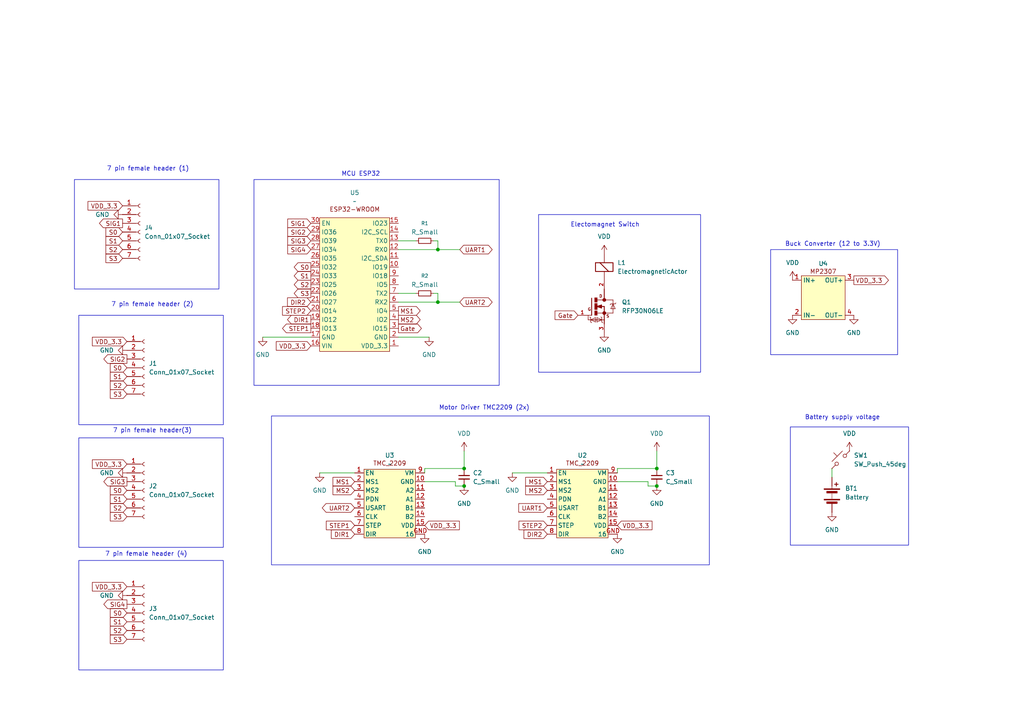
<source format=kicad_sch>
(kicad_sch
	(version 20250114)
	(generator "eeschema")
	(generator_version "9.0")
	(uuid "bdff270f-92ea-4c99-9ed1-ff62ffcbf907")
	(paper "A4")
	(lib_symbols
		(symbol "Connector:Conn_01x07_Socket"
			(pin_names
				(offset 1.016)
				(hide yes)
			)
			(exclude_from_sim no)
			(in_bom yes)
			(on_board yes)
			(property "Reference" "J"
				(at 0 10.16 0)
				(effects
					(font
						(size 1.27 1.27)
					)
				)
			)
			(property "Value" "Conn_01x07_Socket"
				(at 0 -10.16 0)
				(effects
					(font
						(size 1.27 1.27)
					)
				)
			)
			(property "Footprint" ""
				(at 0 0 0)
				(effects
					(font
						(size 1.27 1.27)
					)
					(hide yes)
				)
			)
			(property "Datasheet" "~"
				(at 0 0 0)
				(effects
					(font
						(size 1.27 1.27)
					)
					(hide yes)
				)
			)
			(property "Description" "Generic connector, single row, 01x07, script generated"
				(at 0 0 0)
				(effects
					(font
						(size 1.27 1.27)
					)
					(hide yes)
				)
			)
			(property "ki_locked" ""
				(at 0 0 0)
				(effects
					(font
						(size 1.27 1.27)
					)
				)
			)
			(property "ki_keywords" "connector"
				(at 0 0 0)
				(effects
					(font
						(size 1.27 1.27)
					)
					(hide yes)
				)
			)
			(property "ki_fp_filters" "Connector*:*_1x??_*"
				(at 0 0 0)
				(effects
					(font
						(size 1.27 1.27)
					)
					(hide yes)
				)
			)
			(symbol "Conn_01x07_Socket_1_1"
				(polyline
					(pts
						(xy -1.27 7.62) (xy -0.508 7.62)
					)
					(stroke
						(width 0.1524)
						(type default)
					)
					(fill
						(type none)
					)
				)
				(polyline
					(pts
						(xy -1.27 5.08) (xy -0.508 5.08)
					)
					(stroke
						(width 0.1524)
						(type default)
					)
					(fill
						(type none)
					)
				)
				(polyline
					(pts
						(xy -1.27 2.54) (xy -0.508 2.54)
					)
					(stroke
						(width 0.1524)
						(type default)
					)
					(fill
						(type none)
					)
				)
				(polyline
					(pts
						(xy -1.27 0) (xy -0.508 0)
					)
					(stroke
						(width 0.1524)
						(type default)
					)
					(fill
						(type none)
					)
				)
				(polyline
					(pts
						(xy -1.27 -2.54) (xy -0.508 -2.54)
					)
					(stroke
						(width 0.1524)
						(type default)
					)
					(fill
						(type none)
					)
				)
				(polyline
					(pts
						(xy -1.27 -5.08) (xy -0.508 -5.08)
					)
					(stroke
						(width 0.1524)
						(type default)
					)
					(fill
						(type none)
					)
				)
				(polyline
					(pts
						(xy -1.27 -7.62) (xy -0.508 -7.62)
					)
					(stroke
						(width 0.1524)
						(type default)
					)
					(fill
						(type none)
					)
				)
				(arc
					(start 0 7.112)
					(mid -0.5058 7.62)
					(end 0 8.128)
					(stroke
						(width 0.1524)
						(type default)
					)
					(fill
						(type none)
					)
				)
				(arc
					(start 0 4.572)
					(mid -0.5058 5.08)
					(end 0 5.588)
					(stroke
						(width 0.1524)
						(type default)
					)
					(fill
						(type none)
					)
				)
				(arc
					(start 0 2.032)
					(mid -0.5058 2.54)
					(end 0 3.048)
					(stroke
						(width 0.1524)
						(type default)
					)
					(fill
						(type none)
					)
				)
				(arc
					(start 0 -0.508)
					(mid -0.5058 0)
					(end 0 0.508)
					(stroke
						(width 0.1524)
						(type default)
					)
					(fill
						(type none)
					)
				)
				(arc
					(start 0 -3.048)
					(mid -0.5058 -2.54)
					(end 0 -2.032)
					(stroke
						(width 0.1524)
						(type default)
					)
					(fill
						(type none)
					)
				)
				(arc
					(start 0 -5.588)
					(mid -0.5058 -5.08)
					(end 0 -4.572)
					(stroke
						(width 0.1524)
						(type default)
					)
					(fill
						(type none)
					)
				)
				(arc
					(start 0 -8.128)
					(mid -0.5058 -7.62)
					(end 0 -7.112)
					(stroke
						(width 0.1524)
						(type default)
					)
					(fill
						(type none)
					)
				)
				(pin passive line
					(at -5.08 7.62 0)
					(length 3.81)
					(name "Pin_1"
						(effects
							(font
								(size 1.27 1.27)
							)
						)
					)
					(number "1"
						(effects
							(font
								(size 1.27 1.27)
							)
						)
					)
				)
				(pin passive line
					(at -5.08 5.08 0)
					(length 3.81)
					(name "Pin_2"
						(effects
							(font
								(size 1.27 1.27)
							)
						)
					)
					(number "2"
						(effects
							(font
								(size 1.27 1.27)
							)
						)
					)
				)
				(pin passive line
					(at -5.08 2.54 0)
					(length 3.81)
					(name "Pin_3"
						(effects
							(font
								(size 1.27 1.27)
							)
						)
					)
					(number "3"
						(effects
							(font
								(size 1.27 1.27)
							)
						)
					)
				)
				(pin passive line
					(at -5.08 0 0)
					(length 3.81)
					(name "Pin_4"
						(effects
							(font
								(size 1.27 1.27)
							)
						)
					)
					(number "4"
						(effects
							(font
								(size 1.27 1.27)
							)
						)
					)
				)
				(pin passive line
					(at -5.08 -2.54 0)
					(length 3.81)
					(name "Pin_5"
						(effects
							(font
								(size 1.27 1.27)
							)
						)
					)
					(number "5"
						(effects
							(font
								(size 1.27 1.27)
							)
						)
					)
				)
				(pin passive line
					(at -5.08 -5.08 0)
					(length 3.81)
					(name "Pin_6"
						(effects
							(font
								(size 1.27 1.27)
							)
						)
					)
					(number "6"
						(effects
							(font
								(size 1.27 1.27)
							)
						)
					)
				)
				(pin passive line
					(at -5.08 -7.62 0)
					(length 3.81)
					(name "Pin_7"
						(effects
							(font
								(size 1.27 1.27)
							)
						)
					)
					(number "7"
						(effects
							(font
								(size 1.27 1.27)
							)
						)
					)
				)
			)
			(embedded_fonts no)
		)
		(symbol "Device:Battery"
			(pin_numbers
				(hide yes)
			)
			(pin_names
				(offset 0)
				(hide yes)
			)
			(exclude_from_sim no)
			(in_bom yes)
			(on_board yes)
			(property "Reference" "BT"
				(at 2.54 2.54 0)
				(effects
					(font
						(size 1.27 1.27)
					)
					(justify left)
				)
			)
			(property "Value" "Battery"
				(at 2.54 0 0)
				(effects
					(font
						(size 1.27 1.27)
					)
					(justify left)
				)
			)
			(property "Footprint" ""
				(at 0 1.524 90)
				(effects
					(font
						(size 1.27 1.27)
					)
					(hide yes)
				)
			)
			(property "Datasheet" "~"
				(at 0 1.524 90)
				(effects
					(font
						(size 1.27 1.27)
					)
					(hide yes)
				)
			)
			(property "Description" "Multiple-cell battery"
				(at 0 0 0)
				(effects
					(font
						(size 1.27 1.27)
					)
					(hide yes)
				)
			)
			(property "ki_keywords" "batt voltage-source cell"
				(at 0 0 0)
				(effects
					(font
						(size 1.27 1.27)
					)
					(hide yes)
				)
			)
			(symbol "Battery_0_1"
				(rectangle
					(start -2.286 1.778)
					(end 2.286 1.524)
					(stroke
						(width 0)
						(type default)
					)
					(fill
						(type outline)
					)
				)
				(rectangle
					(start -2.286 -1.27)
					(end 2.286 -1.524)
					(stroke
						(width 0)
						(type default)
					)
					(fill
						(type outline)
					)
				)
				(rectangle
					(start -1.524 1.016)
					(end 1.524 0.508)
					(stroke
						(width 0)
						(type default)
					)
					(fill
						(type outline)
					)
				)
				(rectangle
					(start -1.524 -2.032)
					(end 1.524 -2.54)
					(stroke
						(width 0)
						(type default)
					)
					(fill
						(type outline)
					)
				)
				(polyline
					(pts
						(xy 0 1.778) (xy 0 2.54)
					)
					(stroke
						(width 0)
						(type default)
					)
					(fill
						(type none)
					)
				)
				(polyline
					(pts
						(xy 0 0) (xy 0 0.254)
					)
					(stroke
						(width 0)
						(type default)
					)
					(fill
						(type none)
					)
				)
				(polyline
					(pts
						(xy 0 -0.508) (xy 0 -0.254)
					)
					(stroke
						(width 0)
						(type default)
					)
					(fill
						(type none)
					)
				)
				(polyline
					(pts
						(xy 0 -1.016) (xy 0 -0.762)
					)
					(stroke
						(width 0)
						(type default)
					)
					(fill
						(type none)
					)
				)
				(polyline
					(pts
						(xy 0.762 3.048) (xy 1.778 3.048)
					)
					(stroke
						(width 0.254)
						(type default)
					)
					(fill
						(type none)
					)
				)
				(polyline
					(pts
						(xy 1.27 3.556) (xy 1.27 2.54)
					)
					(stroke
						(width 0.254)
						(type default)
					)
					(fill
						(type none)
					)
				)
			)
			(symbol "Battery_1_1"
				(pin passive line
					(at 0 5.08 270)
					(length 2.54)
					(name "+"
						(effects
							(font
								(size 1.27 1.27)
							)
						)
					)
					(number "1"
						(effects
							(font
								(size 1.27 1.27)
							)
						)
					)
				)
				(pin passive line
					(at 0 -5.08 90)
					(length 2.54)
					(name "-"
						(effects
							(font
								(size 1.27 1.27)
							)
						)
					)
					(number "2"
						(effects
							(font
								(size 1.27 1.27)
							)
						)
					)
				)
			)
			(embedded_fonts no)
		)
		(symbol "Device:C_Small"
			(pin_numbers
				(hide yes)
			)
			(pin_names
				(offset 0.254)
				(hide yes)
			)
			(exclude_from_sim no)
			(in_bom yes)
			(on_board yes)
			(property "Reference" "C"
				(at 0.254 1.778 0)
				(effects
					(font
						(size 1.27 1.27)
					)
					(justify left)
				)
			)
			(property "Value" "C_Small"
				(at 0.254 -2.032 0)
				(effects
					(font
						(size 1.27 1.27)
					)
					(justify left)
				)
			)
			(property "Footprint" ""
				(at 0 0 0)
				(effects
					(font
						(size 1.27 1.27)
					)
					(hide yes)
				)
			)
			(property "Datasheet" "~"
				(at 0 0 0)
				(effects
					(font
						(size 1.27 1.27)
					)
					(hide yes)
				)
			)
			(property "Description" "Unpolarized capacitor, small symbol"
				(at 0 0 0)
				(effects
					(font
						(size 1.27 1.27)
					)
					(hide yes)
				)
			)
			(property "ki_keywords" "capacitor cap"
				(at 0 0 0)
				(effects
					(font
						(size 1.27 1.27)
					)
					(hide yes)
				)
			)
			(property "ki_fp_filters" "C_*"
				(at 0 0 0)
				(effects
					(font
						(size 1.27 1.27)
					)
					(hide yes)
				)
			)
			(symbol "C_Small_0_1"
				(polyline
					(pts
						(xy -1.524 0.508) (xy 1.524 0.508)
					)
					(stroke
						(width 0.3048)
						(type default)
					)
					(fill
						(type none)
					)
				)
				(polyline
					(pts
						(xy -1.524 -0.508) (xy 1.524 -0.508)
					)
					(stroke
						(width 0.3302)
						(type default)
					)
					(fill
						(type none)
					)
				)
			)
			(symbol "C_Small_1_1"
				(pin passive line
					(at 0 2.54 270)
					(length 2.032)
					(name "~"
						(effects
							(font
								(size 1.27 1.27)
							)
						)
					)
					(number "1"
						(effects
							(font
								(size 1.27 1.27)
							)
						)
					)
				)
				(pin passive line
					(at 0 -2.54 90)
					(length 2.032)
					(name "~"
						(effects
							(font
								(size 1.27 1.27)
							)
						)
					)
					(number "2"
						(effects
							(font
								(size 1.27 1.27)
							)
						)
					)
				)
			)
			(embedded_fonts no)
		)
		(symbol "Device:ElectromagneticActor"
			(pin_numbers
				(hide yes)
			)
			(pin_names
				(offset 0.0254)
				(hide yes)
			)
			(exclude_from_sim no)
			(in_bom yes)
			(on_board yes)
			(property "Reference" "L"
				(at 1.27 3.81 0)
				(effects
					(font
						(size 1.27 1.27)
					)
					(justify left)
				)
			)
			(property "Value" "ElectromagneticActor"
				(at 1.27 -1.27 0)
				(effects
					(font
						(size 1.27 1.27)
					)
					(justify left)
				)
			)
			(property "Footprint" ""
				(at -0.635 2.54 90)
				(effects
					(font
						(size 1.27 1.27)
					)
					(hide yes)
				)
			)
			(property "Datasheet" "~"
				(at -0.635 2.54 90)
				(effects
					(font
						(size 1.27 1.27)
					)
					(hide yes)
				)
			)
			(property "Description" "Electromagnetic actor"
				(at 0 0 0)
				(effects
					(font
						(size 1.27 1.27)
					)
					(hide yes)
				)
			)
			(property "ki_keywords" "electromagnet coil inductor"
				(at 0 0 0)
				(effects
					(font
						(size 1.27 1.27)
					)
					(hide yes)
				)
			)
			(property "ki_fp_filters" "Inductor_* L_*"
				(at 0 0 0)
				(effects
					(font
						(size 1.27 1.27)
					)
					(hide yes)
				)
			)
			(symbol "ElectromagneticActor_0_1"
				(rectangle
					(start -2.54 2.54)
					(end 2.54 0)
					(stroke
						(width 0.254)
						(type default)
					)
					(fill
						(type none)
					)
				)
				(polyline
					(pts
						(xy -1.27 2.54) (xy 1.27 0)
					)
					(stroke
						(width 0.254)
						(type default)
					)
					(fill
						(type none)
					)
				)
			)
			(symbol "ElectromagneticActor_1_1"
				(pin passive line
					(at 0 5.08 270)
					(length 2.54)
					(name "-"
						(effects
							(font
								(size 1.27 1.27)
							)
						)
					)
					(number "1"
						(effects
							(font
								(size 1.27 1.27)
							)
						)
					)
				)
				(pin passive line
					(at 0 -2.54 90)
					(length 2.54)
					(name "+"
						(effects
							(font
								(size 1.27 1.27)
							)
						)
					)
					(number "2"
						(effects
							(font
								(size 1.27 1.27)
							)
						)
					)
				)
			)
			(embedded_fonts no)
		)
		(symbol "Device:R_Small"
			(pin_numbers
				(hide yes)
			)
			(pin_names
				(offset 0.254)
				(hide yes)
			)
			(exclude_from_sim no)
			(in_bom yes)
			(on_board yes)
			(property "Reference" "R"
				(at 0 0 90)
				(effects
					(font
						(size 1.016 1.016)
					)
				)
			)
			(property "Value" "R_Small"
				(at 1.778 0 90)
				(effects
					(font
						(size 1.27 1.27)
					)
				)
			)
			(property "Footprint" ""
				(at 0 0 0)
				(effects
					(font
						(size 1.27 1.27)
					)
					(hide yes)
				)
			)
			(property "Datasheet" "~"
				(at 0 0 0)
				(effects
					(font
						(size 1.27 1.27)
					)
					(hide yes)
				)
			)
			(property "Description" "Resistor, small symbol"
				(at 0 0 0)
				(effects
					(font
						(size 1.27 1.27)
					)
					(hide yes)
				)
			)
			(property "ki_keywords" "R resistor"
				(at 0 0 0)
				(effects
					(font
						(size 1.27 1.27)
					)
					(hide yes)
				)
			)
			(property "ki_fp_filters" "R_*"
				(at 0 0 0)
				(effects
					(font
						(size 1.27 1.27)
					)
					(hide yes)
				)
			)
			(symbol "R_Small_0_1"
				(rectangle
					(start -0.762 1.778)
					(end 0.762 -1.778)
					(stroke
						(width 0.2032)
						(type default)
					)
					(fill
						(type none)
					)
				)
			)
			(symbol "R_Small_1_1"
				(pin passive line
					(at 0 2.54 270)
					(length 0.762)
					(name "~"
						(effects
							(font
								(size 1.27 1.27)
							)
						)
					)
					(number "1"
						(effects
							(font
								(size 1.27 1.27)
							)
						)
					)
				)
				(pin passive line
					(at 0 -2.54 90)
					(length 0.762)
					(name "~"
						(effects
							(font
								(size 1.27 1.27)
							)
						)
					)
					(number "2"
						(effects
							(font
								(size 1.27 1.27)
							)
						)
					)
				)
			)
			(embedded_fonts no)
		)
		(symbol "Driver_Motor_board:TMC2209_v2.0_driver"
			(exclude_from_sim no)
			(in_bom yes)
			(on_board yes)
			(property "Reference" "U"
				(at 0 13.716 0)
				(effects
					(font
						(size 1.27 1.27)
					)
				)
			)
			(property "Value" ""
				(at -88.9 -57.15 0)
				(effects
					(font
						(size 1.27 1.27)
					)
				)
			)
			(property "Footprint" ""
				(at -88.9 -57.15 0)
				(effects
					(font
						(size 1.27 1.27)
					)
					(hide yes)
				)
			)
			(property "Datasheet" ""
				(at -88.9 -57.15 0)
				(effects
					(font
						(size 1.27 1.27)
					)
					(hide yes)
				)
			)
			(property "Description" ""
				(at -88.9 -57.15 0)
				(effects
					(font
						(size 1.27 1.27)
					)
					(hide yes)
				)
			)
			(symbol "TMC2209_v2.0_driver_1_1"
				(rectangle
					(start -7.4513 9.9665)
					(end 7.4513 -9.9665)
					(stroke
						(width 0)
						(type solid)
					)
					(fill
						(type background)
					)
				)
				(text "TMC_2209"
					(at 0 11.684 0)
					(effects
						(font
							(size 1.27 1.27)
						)
					)
				)
				(pin input line
					(at -10.16 8.89 0)
					(length 2.54)
					(name "EN"
						(effects
							(font
								(size 1.27 1.27)
							)
						)
					)
					(number "1"
						(effects
							(font
								(size 1.27 1.27)
							)
						)
					)
				)
				(pin input line
					(at -10.16 6.35 0)
					(length 2.54)
					(name "MS1"
						(effects
							(font
								(size 1.27 1.27)
							)
						)
					)
					(number "2"
						(effects
							(font
								(size 1.27 1.27)
							)
						)
					)
				)
				(pin input line
					(at -10.16 3.81 0)
					(length 2.54)
					(name "MS2"
						(effects
							(font
								(size 1.27 1.27)
							)
						)
					)
					(number "3"
						(effects
							(font
								(size 1.27 1.27)
							)
						)
					)
				)
				(pin input line
					(at -10.16 1.27 0)
					(length 2.54)
					(name "PDN"
						(effects
							(font
								(size 1.27 1.27)
							)
						)
					)
					(number "4"
						(effects
							(font
								(size 1.27 1.27)
							)
						)
					)
				)
				(pin input line
					(at -10.16 -1.27 0)
					(length 2.54)
					(name "USART"
						(effects
							(font
								(size 1.27 1.27)
							)
						)
					)
					(number "5"
						(effects
							(font
								(size 1.27 1.27)
							)
						)
					)
				)
				(pin input line
					(at -10.16 -3.81 0)
					(length 2.54)
					(name "CLK"
						(effects
							(font
								(size 1.27 1.27)
							)
						)
					)
					(number "6"
						(effects
							(font
								(size 1.27 1.27)
							)
						)
					)
				)
				(pin input line
					(at -10.16 -6.35 0)
					(length 2.54)
					(name "STEP"
						(effects
							(font
								(size 1.27 1.27)
							)
						)
					)
					(number "7"
						(effects
							(font
								(size 1.27 1.27)
							)
						)
					)
				)
				(pin input line
					(at -10.16 -8.89 0)
					(length 2.54)
					(name "DIR"
						(effects
							(font
								(size 1.27 1.27)
							)
						)
					)
					(number "8"
						(effects
							(font
								(size 1.27 1.27)
							)
						)
					)
				)
				(pin input line
					(at 10.16 8.89 180)
					(length 2.54)
					(name "VM"
						(effects
							(font
								(size 1.27 1.27)
							)
						)
					)
					(number "9"
						(effects
							(font
								(size 1.27 1.27)
							)
						)
					)
				)
				(pin power_in line
					(at 10.16 6.35 180)
					(length 2.54)
					(name "GND"
						(effects
							(font
								(size 1.27 1.27)
							)
						)
					)
					(number "10"
						(effects
							(font
								(size 1.27 1.27)
							)
						)
					)
				)
				(pin input line
					(at 10.16 3.81 180)
					(length 2.54)
					(name "A2"
						(effects
							(font
								(size 1.27 1.27)
							)
						)
					)
					(number "11"
						(effects
							(font
								(size 1.27 1.27)
							)
						)
					)
				)
				(pin input line
					(at 10.16 1.27 180)
					(length 2.54)
					(name "A1"
						(effects
							(font
								(size 1.27 1.27)
							)
						)
					)
					(number "12"
						(effects
							(font
								(size 1.27 1.27)
							)
						)
					)
				)
				(pin input line
					(at 10.16 -1.27 180)
					(length 2.54)
					(name "B1"
						(effects
							(font
								(size 1.27 1.27)
							)
						)
					)
					(number "13"
						(effects
							(font
								(size 1.27 1.27)
							)
						)
					)
				)
				(pin input line
					(at 10.16 -3.81 180)
					(length 2.54)
					(name "B2"
						(effects
							(font
								(size 1.27 1.27)
							)
						)
					)
					(number "14"
						(effects
							(font
								(size 1.27 1.27)
							)
						)
					)
				)
				(pin power_in line
					(at 10.16 -6.35 180)
					(length 2.54)
					(name "VDD"
						(effects
							(font
								(size 1.27 1.27)
							)
						)
					)
					(number "15"
						(effects
							(font
								(size 1.27 1.27)
							)
						)
					)
				)
				(pin power_in line
					(at 10.16 -8.89 180)
					(length 2.54)
					(name "16"
						(effects
							(font
								(size 1.27 1.27)
							)
						)
					)
					(number "GND"
						(effects
							(font
								(size 1.27 1.27)
							)
						)
					)
				)
			)
			(embedded_fonts no)
		)
		(symbol "ESP32_board:ESP-WROOM-32_ESP-32S"
			(exclude_from_sim no)
			(in_bom yes)
			(on_board yes)
			(property "Reference" "U"
				(at 0 24.13 0)
				(effects
					(font
						(size 1.27 1.27)
					)
				)
			)
			(property "Value" ""
				(at 0 0 0)
				(effects
					(font
						(size 1.27 1.27)
					)
				)
			)
			(property "Footprint" ""
				(at 0 0 0)
				(effects
					(font
						(size 1.27 1.27)
					)
					(hide yes)
				)
			)
			(property "Datasheet" ""
				(at 0 0 0)
				(effects
					(font
						(size 1.27 1.27)
					)
					(hide yes)
				)
			)
			(property "Description" ""
				(at 0 0 0)
				(effects
					(font
						(size 1.27 1.27)
					)
					(hide yes)
				)
			)
			(symbol "ESP-WROOM-32_ESP-32S_1_1"
				(rectangle
					(start -10.16 19.3675)
					(end 10.16 -19.3675)
					(stroke
						(width 0)
						(type solid)
					)
					(fill
						(type background)
					)
				)
				(text "ESP32-WROOM"
					(at 0 21.844 0)
					(effects
						(font
							(size 1.27 1.27)
						)
					)
				)
				(pin bidirectional line
					(at -12.7 17.78 0)
					(length 2.54)
					(name "EN"
						(effects
							(font
								(size 1.27 1.27)
							)
						)
					)
					(number "30"
						(effects
							(font
								(size 1.27 1.27)
							)
						)
					)
				)
				(pin bidirectional line
					(at -12.7 15.24 0)
					(length 2.54)
					(name "IO36"
						(effects
							(font
								(size 1.27 1.27)
							)
						)
					)
					(number "29"
						(effects
							(font
								(size 1.27 1.27)
							)
						)
					)
				)
				(pin bidirectional line
					(at -12.7 12.7 0)
					(length 2.54)
					(name "IO39"
						(effects
							(font
								(size 1.27 1.27)
							)
						)
					)
					(number "28"
						(effects
							(font
								(size 1.27 1.27)
							)
						)
					)
				)
				(pin bidirectional line
					(at -12.7 10.16 0)
					(length 2.54)
					(name "IO34"
						(effects
							(font
								(size 1.27 1.27)
							)
						)
					)
					(number "27"
						(effects
							(font
								(size 1.27 1.27)
							)
						)
					)
				)
				(pin bidirectional line
					(at -12.7 7.62 0)
					(length 2.54)
					(name "IO35"
						(effects
							(font
								(size 1.27 1.27)
							)
						)
					)
					(number "26"
						(effects
							(font
								(size 1.27 1.27)
							)
						)
					)
				)
				(pin bidirectional line
					(at -12.7 5.08 0)
					(length 2.54)
					(name "IO32"
						(effects
							(font
								(size 1.27 1.27)
							)
						)
					)
					(number "25"
						(effects
							(font
								(size 1.27 1.27)
							)
						)
					)
				)
				(pin bidirectional line
					(at -12.7 2.54 0)
					(length 2.54)
					(name "IO33"
						(effects
							(font
								(size 1.27 1.27)
							)
						)
					)
					(number "24"
						(effects
							(font
								(size 1.27 1.27)
							)
						)
					)
				)
				(pin bidirectional line
					(at -12.7 0 0)
					(length 2.54)
					(name "IO25"
						(effects
							(font
								(size 1.27 1.27)
							)
						)
					)
					(number "23"
						(effects
							(font
								(size 1.27 1.27)
							)
						)
					)
				)
				(pin bidirectional line
					(at -12.7 -2.54 0)
					(length 2.54)
					(name "IO26"
						(effects
							(font
								(size 1.27 1.27)
							)
						)
					)
					(number "22"
						(effects
							(font
								(size 1.27 1.27)
							)
						)
					)
				)
				(pin bidirectional line
					(at -12.7 -5.08 0)
					(length 2.54)
					(name "IO27"
						(effects
							(font
								(size 1.27 1.27)
							)
						)
					)
					(number "21"
						(effects
							(font
								(size 1.27 1.27)
							)
						)
					)
				)
				(pin bidirectional line
					(at -12.7 -7.62 0)
					(length 2.54)
					(name "IO14"
						(effects
							(font
								(size 1.27 1.27)
							)
						)
					)
					(number "20"
						(effects
							(font
								(size 1.27 1.27)
							)
						)
					)
				)
				(pin bidirectional line
					(at -12.7 -10.16 0)
					(length 2.54)
					(name "IO12"
						(effects
							(font
								(size 1.27 1.27)
							)
						)
					)
					(number "19"
						(effects
							(font
								(size 1.27 1.27)
							)
						)
					)
				)
				(pin bidirectional line
					(at -12.7 -12.7 0)
					(length 2.54)
					(name "IO13"
						(effects
							(font
								(size 1.27 1.27)
							)
						)
					)
					(number "18"
						(effects
							(font
								(size 1.27 1.27)
							)
						)
					)
				)
				(pin power_in line
					(at -12.7 -15.24 0)
					(length 2.54)
					(name "GND"
						(effects
							(font
								(size 1.27 1.27)
							)
						)
					)
					(number "17"
						(effects
							(font
								(size 1.27 1.27)
							)
						)
					)
				)
				(pin power_in line
					(at -12.7 -17.78 0)
					(length 2.54)
					(name "VIN"
						(effects
							(font
								(size 1.27 1.27)
							)
						)
					)
					(number "16"
						(effects
							(font
								(size 1.27 1.27)
							)
						)
					)
				)
				(pin bidirectional line
					(at 12.7 17.78 180)
					(length 2.54)
					(name "IO23"
						(effects
							(font
								(size 1.27 1.27)
							)
						)
					)
					(number "15"
						(effects
							(font
								(size 1.27 1.27)
							)
						)
					)
				)
				(pin bidirectional line
					(at 12.7 15.24 180)
					(length 2.54)
					(name "I2C_SCL"
						(effects
							(font
								(size 1.27 1.27)
							)
						)
					)
					(number "14"
						(effects
							(font
								(size 1.27 1.27)
							)
						)
					)
				)
				(pin bidirectional line
					(at 12.7 12.7 180)
					(length 2.54)
					(name "TX0"
						(effects
							(font
								(size 1.27 1.27)
							)
						)
					)
					(number "13"
						(effects
							(font
								(size 1.27 1.27)
							)
						)
					)
				)
				(pin bidirectional line
					(at 12.7 10.16 180)
					(length 2.54)
					(name "RX0"
						(effects
							(font
								(size 1.27 1.27)
							)
						)
					)
					(number "12"
						(effects
							(font
								(size 1.27 1.27)
							)
						)
					)
				)
				(pin bidirectional line
					(at 12.7 7.62 180)
					(length 2.54)
					(name "I2C_SDA"
						(effects
							(font
								(size 1.27 1.27)
							)
						)
					)
					(number "11"
						(effects
							(font
								(size 1.27 1.27)
							)
						)
					)
				)
				(pin bidirectional line
					(at 12.7 5.08 180)
					(length 2.54)
					(name "IO19"
						(effects
							(font
								(size 1.27 1.27)
							)
						)
					)
					(number "10"
						(effects
							(font
								(size 1.27 1.27)
							)
						)
					)
				)
				(pin bidirectional line
					(at 12.7 2.54 180)
					(length 2.54)
					(name "IO18"
						(effects
							(font
								(size 1.27 1.27)
							)
						)
					)
					(number "9"
						(effects
							(font
								(size 1.27 1.27)
							)
						)
					)
				)
				(pin bidirectional line
					(at 12.7 0 180)
					(length 2.54)
					(name "IO5"
						(effects
							(font
								(size 1.27 1.27)
							)
						)
					)
					(number "8"
						(effects
							(font
								(size 1.27 1.27)
							)
						)
					)
				)
				(pin bidirectional line
					(at 12.7 -2.54 180)
					(length 2.54)
					(name "TX2"
						(effects
							(font
								(size 1.27 1.27)
							)
						)
					)
					(number "7"
						(effects
							(font
								(size 1.27 1.27)
							)
						)
					)
				)
				(pin bidirectional line
					(at 12.7 -5.08 180)
					(length 2.54)
					(name "RX2"
						(effects
							(font
								(size 1.27 1.27)
							)
						)
					)
					(number "6"
						(effects
							(font
								(size 1.27 1.27)
							)
						)
					)
				)
				(pin bidirectional line
					(at 12.7 -7.62 180)
					(length 2.54)
					(name "IO4"
						(effects
							(font
								(size 1.27 1.27)
							)
						)
					)
					(number "5"
						(effects
							(font
								(size 1.27 1.27)
							)
						)
					)
				)
				(pin bidirectional line
					(at 12.7 -10.16 180)
					(length 2.54)
					(name "IO2"
						(effects
							(font
								(size 1.27 1.27)
							)
						)
					)
					(number "4"
						(effects
							(font
								(size 1.27 1.27)
							)
						)
					)
				)
				(pin bidirectional line
					(at 12.7 -12.7 180)
					(length 2.54)
					(name "IO15"
						(effects
							(font
								(size 1.27 1.27)
							)
						)
					)
					(number "3"
						(effects
							(font
								(size 1.27 1.27)
							)
						)
					)
				)
				(pin power_in line
					(at 12.7 -15.24 180)
					(length 2.54)
					(name "GND"
						(effects
							(font
								(size 1.27 1.27)
							)
						)
					)
					(number "2"
						(effects
							(font
								(size 1.27 1.27)
							)
						)
					)
				)
				(pin power_in line
					(at 12.7 -17.78 180)
					(length 2.54)
					(name "VDD_3.3"
						(effects
							(font
								(size 1.27 1.27)
							)
						)
					)
					(number "1"
						(effects
							(font
								(size 1.27 1.27)
							)
						)
					)
				)
			)
			(embedded_fonts no)
		)
		(symbol "RFP30N06LE:RFP30N06LE"
			(pin_names
				(offset 1.016)
			)
			(exclude_from_sim no)
			(in_bom yes)
			(on_board yes)
			(property "Reference" "Q"
				(at 5.0818 2.5409 0)
				(effects
					(font
						(size 1.27 1.27)
					)
					(justify left bottom)
				)
			)
			(property "Value" "RFP30N06LE"
				(at 5.0888 -2.5444 0)
				(effects
					(font
						(size 1.27 1.27)
					)
					(justify left bottom)
				)
			)
			(property "Footprint" "RFP30N06LE:TRANS_RFP30N06LE"
				(at 0 0 0)
				(effects
					(font
						(size 1.27 1.27)
					)
					(justify bottom)
					(hide yes)
				)
			)
			(property "Datasheet" ""
				(at 0 0 0)
				(effects
					(font
						(size 1.27 1.27)
					)
					(hide yes)
				)
			)
			(property "Description" ""
				(at 0 0 0)
				(effects
					(font
						(size 1.27 1.27)
					)
					(hide yes)
				)
			)
			(property "MF" "ON Semiconductor"
				(at 0 0 0)
				(effects
					(font
						(size 1.27 1.27)
					)
					(justify bottom)
					(hide yes)
				)
			)
			(property "Description_1" "N-Channel 60 V 30A (Ta) 96W (Tc) Through Hole TO-220-3"
				(at 0 0 0)
				(effects
					(font
						(size 1.27 1.27)
					)
					(justify bottom)
					(hide yes)
				)
			)
			(property "Package" "Package"
				(at 0 0 0)
				(effects
					(font
						(size 1.27 1.27)
					)
					(justify bottom)
					(hide yes)
				)
			)
			(property "Price" "None"
				(at 0 0 0)
				(effects
					(font
						(size 1.27 1.27)
					)
					(justify bottom)
					(hide yes)
				)
			)
			(property "Check_prices" "https://www.snapeda.com/parts/RFP30N06LE/Onsemi/view-part/?ref=eda"
				(at 0 0 0)
				(effects
					(font
						(size 1.27 1.27)
					)
					(justify bottom)
					(hide yes)
				)
			)
			(property "SnapEDA_Link" "https://www.snapeda.com/parts/RFP30N06LE/Onsemi/view-part/?ref=snap"
				(at 0 0 0)
				(effects
					(font
						(size 1.27 1.27)
					)
					(justify bottom)
					(hide yes)
				)
			)
			(property "MP" "RFP30N06LE"
				(at 0 0 0)
				(effects
					(font
						(size 1.27 1.27)
					)
					(justify bottom)
					(hide yes)
				)
			)
			(property "Availability" "In Stock"
				(at 0 0 0)
				(effects
					(font
						(size 1.27 1.27)
					)
					(justify bottom)
					(hide yes)
				)
			)
			(property "MANUFACTURER" "FAIRCHILD SEMICONDUCTORS"
				(at 0 0 0)
				(effects
					(font
						(size 1.27 1.27)
					)
					(justify bottom)
					(hide yes)
				)
			)
			(symbol "RFP30N06LE_0_0"
				(polyline
					(pts
						(xy -4.6736 -2.54) (xy -5.08 -2.54)
					)
					(stroke
						(width 0.1524)
						(type default)
					)
					(fill
						(type none)
					)
				)
				(polyline
					(pts
						(xy -4.6736 -2.54) (xy -4.6736 -3.8608)
					)
					(stroke
						(width 0.1524)
						(type default)
					)
					(fill
						(type none)
					)
				)
				(polyline
					(pts
						(xy -4.6736 -3.8608) (xy -3.937 -3.8608)
					)
					(stroke
						(width 0.1524)
						(type default)
					)
					(fill
						(type none)
					)
				)
				(polyline
					(pts
						(xy -4.2164 -3.0226) (xy -3.937 -3.2258)
					)
					(stroke
						(width 0.1524)
						(type default)
					)
					(fill
						(type none)
					)
				)
				(polyline
					(pts
						(xy -3.937 -3.8608) (xy -3.937 -3.2258)
					)
					(stroke
						(width 0.1524)
						(type default)
					)
					(fill
						(type none)
					)
				)
				(polyline
					(pts
						(xy -3.937 -3.8608) (xy -2.54 -4.4958)
					)
					(stroke
						(width 0.1524)
						(type default)
					)
					(fill
						(type none)
					)
				)
				(polyline
					(pts
						(xy -3.937 -3.8608) (xy -1.27 -3.8608)
					)
					(stroke
						(width 0.1524)
						(type default)
					)
					(fill
						(type none)
					)
				)
				(polyline
					(pts
						(xy -3.937 -4.4958) (xy -3.937 -3.8608)
					)
					(stroke
						(width 0.1524)
						(type default)
					)
					(fill
						(type none)
					)
				)
				(polyline
					(pts
						(xy -3.937 -4.4958) (xy -3.6576 -4.699)
					)
					(stroke
						(width 0.1524)
						(type default)
					)
					(fill
						(type none)
					)
				)
				(polyline
					(pts
						(xy -3.6576 2.413) (xy -3.6576 -2.54)
					)
					(stroke
						(width 0.254)
						(type default)
					)
					(fill
						(type none)
					)
				)
				(polyline
					(pts
						(xy -3.6576 -2.54) (xy -4.6736 -2.54)
					)
					(stroke
						(width 0.1524)
						(type default)
					)
					(fill
						(type none)
					)
				)
				(rectangle
					(start -2.7992 -2.5448)
					(end -2.032 -1.27)
					(stroke
						(width 0.1)
						(type default)
					)
					(fill
						(type outline)
					)
				)
				(rectangle
					(start -2.7986 1.2721)
					(end -2.032 2.54)
					(stroke
						(width 0.1)
						(type default)
					)
					(fill
						(type outline)
					)
				)
				(rectangle
					(start -2.7957 -0.8895)
					(end -2.032 0.889)
					(stroke
						(width 0.1)
						(type default)
					)
					(fill
						(type outline)
					)
				)
				(polyline
					(pts
						(xy -2.54 -3.2258) (xy -3.937 -3.8608)
					)
					(stroke
						(width 0.1524)
						(type default)
					)
					(fill
						(type none)
					)
				)
				(polyline
					(pts
						(xy -2.54 -4.4958) (xy -2.54 -3.2258)
					)
					(stroke
						(width 0.1524)
						(type default)
					)
					(fill
						(type none)
					)
				)
				(polyline
					(pts
						(xy -2.286 0) (xy -0.762 -0.508)
					)
					(stroke
						(width 0.1524)
						(type default)
					)
					(fill
						(type none)
					)
				)
				(polyline
					(pts
						(xy -2.1082 -3.2258) (xy -2.1082 -4.4958)
					)
					(stroke
						(width 0.1524)
						(type default)
					)
					(fill
						(type none)
					)
				)
				(polyline
					(pts
						(xy -2.1082 -4.4958) (xy -0.7112 -3.8608)
					)
					(stroke
						(width 0.1524)
						(type default)
					)
					(fill
						(type none)
					)
				)
				(polyline
					(pts
						(xy -2.032 0) (xy -2.286 0)
					)
					(stroke
						(width 0.254)
						(type default)
					)
					(fill
						(type none)
					)
				)
				(polyline
					(pts
						(xy -2.032 0) (xy -0.889 -0.254)
					)
					(stroke
						(width 0.3048)
						(type default)
					)
					(fill
						(type none)
					)
				)
				(polyline
					(pts
						(xy -2.032 -1.905) (xy 0 -1.905)
					)
					(stroke
						(width 0.1524)
						(type default)
					)
					(fill
						(type none)
					)
				)
				(polyline
					(pts
						(xy -1.905 0) (xy -2.032 0)
					)
					(stroke
						(width 0.254)
						(type default)
					)
					(fill
						(type none)
					)
				)
				(polyline
					(pts
						(xy -1.143 0.254) (xy -2.032 0)
					)
					(stroke
						(width 0.3048)
						(type default)
					)
					(fill
						(type none)
					)
				)
				(polyline
					(pts
						(xy -0.889 0.254) (xy -2.286 0)
					)
					(stroke
						(width 0.1524)
						(type default)
					)
					(fill
						(type none)
					)
				)
				(polyline
					(pts
						(xy -0.889 0.254) (xy -1.905 0)
					)
					(stroke
						(width 0.3048)
						(type default)
					)
					(fill
						(type none)
					)
				)
				(polyline
					(pts
						(xy -0.889 -0.254) (xy -0.889 0.254)
					)
					(stroke
						(width 0.3048)
						(type default)
					)
					(fill
						(type none)
					)
				)
				(polyline
					(pts
						(xy -0.762 0.508) (xy -2.286 0)
					)
					(stroke
						(width 0.1524)
						(type default)
					)
					(fill
						(type none)
					)
				)
				(polyline
					(pts
						(xy -0.762 0) (xy -1.905 0)
					)
					(stroke
						(width 0.254)
						(type default)
					)
					(fill
						(type none)
					)
				)
				(polyline
					(pts
						(xy -0.762 0) (xy -0.762 0.508)
					)
					(stroke
						(width 0.1524)
						(type default)
					)
					(fill
						(type none)
					)
				)
				(polyline
					(pts
						(xy -0.762 0) (xy 0 0)
					)
					(stroke
						(width 0.254)
						(type default)
					)
					(fill
						(type none)
					)
				)
				(polyline
					(pts
						(xy -0.762 -0.508) (xy -0.762 0)
					)
					(stroke
						(width 0.1524)
						(type default)
					)
					(fill
						(type none)
					)
				)
				(polyline
					(pts
						(xy -0.7112 -3.2258) (xy -0.9906 -3.0226)
					)
					(stroke
						(width 0.1524)
						(type default)
					)
					(fill
						(type none)
					)
				)
				(polyline
					(pts
						(xy -0.7112 -3.2258) (xy -0.7112 -3.8608)
					)
					(stroke
						(width 0.1524)
						(type default)
					)
					(fill
						(type none)
					)
				)
				(polyline
					(pts
						(xy -0.7112 -3.8608) (xy -3.3782 -3.8608)
					)
					(stroke
						(width 0.1524)
						(type default)
					)
					(fill
						(type none)
					)
				)
				(polyline
					(pts
						(xy -0.7112 -3.8608) (xy -2.1082 -3.2258)
					)
					(stroke
						(width 0.1524)
						(type default)
					)
					(fill
						(type none)
					)
				)
				(polyline
					(pts
						(xy -0.7112 -3.8608) (xy -0.7112 -4.4958)
					)
					(stroke
						(width 0.1524)
						(type default)
					)
					(fill
						(type none)
					)
				)
				(polyline
					(pts
						(xy -0.4318 -4.699) (xy -0.7112 -4.4958)
					)
					(stroke
						(width 0.1524)
						(type default)
					)
					(fill
						(type none)
					)
				)
				(polyline
					(pts
						(xy 0 5.08) (xy 0 2.032)
					)
					(stroke
						(width 0.254)
						(type default)
					)
					(fill
						(type none)
					)
				)
				(polyline
					(pts
						(xy 0 2.032) (xy 0 1.905)
					)
					(stroke
						(width 0.1524)
						(type default)
					)
					(fill
						(type none)
					)
				)
				(circle
					(center 0 1.905)
					(radius 0.127)
					(stroke
						(width 0.4064)
						(type default)
					)
					(fill
						(type none)
					)
				)
				(polyline
					(pts
						(xy 0 1.905) (xy -2.0066 1.905)
					)
					(stroke
						(width 0.1524)
						(type default)
					)
					(fill
						(type none)
					)
				)
				(polyline
					(pts
						(xy 0 1.905) (xy 2.54 1.905)
					)
					(stroke
						(width 0.1524)
						(type default)
					)
					(fill
						(type none)
					)
				)
				(polyline
					(pts
						(xy 0 0) (xy 0 -1.778)
					)
					(stroke
						(width 0.254)
						(type default)
					)
					(fill
						(type none)
					)
				)
				(polyline
					(pts
						(xy 0 -1.905) (xy 0 -2.032)
					)
					(stroke
						(width 0.1524)
						(type default)
					)
					(fill
						(type none)
					)
				)
				(circle
					(center 0 -1.905)
					(radius 0.127)
					(stroke
						(width 0.4064)
						(type default)
					)
					(fill
						(type none)
					)
				)
				(polyline
					(pts
						(xy 0 -3.8608) (xy -0.7112 -3.8608)
					)
					(stroke
						(width 0.1524)
						(type default)
					)
					(fill
						(type none)
					)
				)
				(polyline
					(pts
						(xy 0 -3.8608) (xy 0 -2.032)
					)
					(stroke
						(width 0.254)
						(type default)
					)
					(fill
						(type none)
					)
				)
				(polyline
					(pts
						(xy 0 -5.08) (xy 0 -3.8608)
					)
					(stroke
						(width 0.254)
						(type default)
					)
					(fill
						(type none)
					)
				)
				(polyline
					(pts
						(xy 1.905 0.762) (xy 1.7018 0.4826)
					)
					(stroke
						(width 0.1524)
						(type default)
					)
					(fill
						(type none)
					)
				)
				(polyline
					(pts
						(xy 1.905 0.762) (xy 2.54 0.762)
					)
					(stroke
						(width 0.1524)
						(type default)
					)
					(fill
						(type none)
					)
				)
				(polyline
					(pts
						(xy 1.905 -0.635) (xy 3.175 -0.635)
					)
					(stroke
						(width 0.1524)
						(type default)
					)
					(fill
						(type none)
					)
				)
				(polyline
					(pts
						(xy 2.54 1.905) (xy 2.54 0.762)
					)
					(stroke
						(width 0.1524)
						(type default)
					)
					(fill
						(type none)
					)
				)
				(polyline
					(pts
						(xy 2.54 0.762) (xy 1.905 -0.635)
					)
					(stroke
						(width 0.1524)
						(type default)
					)
					(fill
						(type none)
					)
				)
				(polyline
					(pts
						(xy 2.54 0.762) (xy 2.54 -1.905)
					)
					(stroke
						(width 0.1524)
						(type default)
					)
					(fill
						(type none)
					)
				)
				(polyline
					(pts
						(xy 2.54 0.762) (xy 3.175 0.762)
					)
					(stroke
						(width 0.1524)
						(type default)
					)
					(fill
						(type none)
					)
				)
				(polyline
					(pts
						(xy 2.54 -1.905) (xy 0 -1.905)
					)
					(stroke
						(width 0.1524)
						(type default)
					)
					(fill
						(type none)
					)
				)
				(polyline
					(pts
						(xy 3.175 -0.635) (xy 2.54 0.762)
					)
					(stroke
						(width 0.1524)
						(type default)
					)
					(fill
						(type none)
					)
				)
				(polyline
					(pts
						(xy 3.3782 1.0414) (xy 3.175 0.762)
					)
					(stroke
						(width 0.1524)
						(type default)
					)
					(fill
						(type none)
					)
				)
				(text "G"
					(at -4.8326 -1.2718 0)
					(effects
						(font
							(size 0.8139 0.8139)
						)
						(justify left bottom)
					)
				)
				(text "D"
					(at -1.5263 2.5438 0)
					(effects
						(font
							(size 0.814 0.814)
						)
						(justify left bottom)
					)
				)
				(text "S"
					(at 0.5336 -3.2524 0)
					(effects
						(font
							(size 0.8131 0.8131)
						)
						(justify left bottom)
					)
				)
				(pin input line
					(at -7.62 -2.54 0)
					(length 2.54)
					(name "~"
						(effects
							(font
								(size 1.016 1.016)
							)
						)
					)
					(number "1"
						(effects
							(font
								(size 1.016 1.016)
							)
						)
					)
				)
				(pin power_in line
					(at 0 7.62 270)
					(length 2.54)
					(name "~"
						(effects
							(font
								(size 1.016 1.016)
							)
						)
					)
					(number "2"
						(effects
							(font
								(size 1.016 1.016)
							)
						)
					)
				)
				(pin power_in line
					(at 0 -7.62 90)
					(length 2.54)
					(name "~"
						(effects
							(font
								(size 1.016 1.016)
							)
						)
					)
					(number "3"
						(effects
							(font
								(size 1.016 1.016)
							)
						)
					)
				)
			)
			(embedded_fonts no)
		)
		(symbol "Switch:SW_Push_45deg"
			(pin_numbers
				(hide yes)
			)
			(pin_names
				(offset 1.016)
				(hide yes)
			)
			(exclude_from_sim no)
			(in_bom yes)
			(on_board yes)
			(property "Reference" "SW"
				(at 3.048 1.016 0)
				(effects
					(font
						(size 1.27 1.27)
					)
					(justify left)
				)
			)
			(property "Value" "SW_Push_45deg"
				(at 0 -3.81 0)
				(effects
					(font
						(size 1.27 1.27)
					)
				)
			)
			(property "Footprint" ""
				(at 0 0 0)
				(effects
					(font
						(size 1.27 1.27)
					)
					(hide yes)
				)
			)
			(property "Datasheet" "~"
				(at 0 0 0)
				(effects
					(font
						(size 1.27 1.27)
					)
					(hide yes)
				)
			)
			(property "Description" "Push button switch, normally open, two pins, 45° tilted"
				(at 0 0 0)
				(effects
					(font
						(size 1.27 1.27)
					)
					(hide yes)
				)
			)
			(property "ki_keywords" "switch normally-open pushbutton push-button"
				(at 0 0 0)
				(effects
					(font
						(size 1.27 1.27)
					)
					(hide yes)
				)
			)
			(symbol "SW_Push_45deg_0_1"
				(polyline
					(pts
						(xy -2.54 2.54) (xy -1.524 1.524) (xy -1.524 1.524)
					)
					(stroke
						(width 0)
						(type default)
					)
					(fill
						(type none)
					)
				)
				(circle
					(center -1.1684 1.1684)
					(radius 0.508)
					(stroke
						(width 0)
						(type default)
					)
					(fill
						(type none)
					)
				)
				(polyline
					(pts
						(xy -0.508 2.54) (xy 2.54 -0.508)
					)
					(stroke
						(width 0)
						(type default)
					)
					(fill
						(type none)
					)
				)
				(polyline
					(pts
						(xy 1.016 1.016) (xy 2.032 2.032)
					)
					(stroke
						(width 0)
						(type default)
					)
					(fill
						(type none)
					)
				)
				(circle
					(center 1.143 -1.1938)
					(radius 0.508)
					(stroke
						(width 0)
						(type default)
					)
					(fill
						(type none)
					)
				)
				(polyline
					(pts
						(xy 1.524 -1.524) (xy 2.54 -2.54) (xy 2.54 -2.54) (xy 2.54 -2.54)
					)
					(stroke
						(width 0)
						(type default)
					)
					(fill
						(type none)
					)
				)
				(pin passive line
					(at -2.54 2.54 0)
					(length 0)
					(name "1"
						(effects
							(font
								(size 1.27 1.27)
							)
						)
					)
					(number "1"
						(effects
							(font
								(size 1.27 1.27)
							)
						)
					)
				)
				(pin passive line
					(at 2.54 -2.54 180)
					(length 0)
					(name "2"
						(effects
							(font
								(size 1.27 1.27)
							)
						)
					)
					(number "2"
						(effects
							(font
								(size 1.27 1.27)
							)
						)
					)
				)
			)
			(embedded_fonts no)
		)
		(symbol "buck converter_breakout:MP2307"
			(exclude_from_sim no)
			(in_bom yes)
			(on_board yes)
			(property "Reference" "U"
				(at 0 9.652 0)
				(effects
					(font
						(size 1.27 1.27)
					)
				)
			)
			(property "Value" ""
				(at 0 0 0)
				(effects
					(font
						(size 1.27 1.27)
					)
				)
			)
			(property "Footprint" ""
				(at 0 0 0)
				(effects
					(font
						(size 1.27 1.27)
					)
					(hide yes)
				)
			)
			(property "Datasheet" ""
				(at 0 0 0)
				(effects
					(font
						(size 1.27 1.27)
					)
					(hide yes)
				)
			)
			(property "Description" ""
				(at 0 0 0)
				(effects
					(font
						(size 1.27 1.27)
					)
					(hide yes)
				)
			)
			(symbol "MP2307_1_1"
				(rectangle
					(start -6.3499 6.3499)
					(end 6.3499 -6.3499)
					(stroke
						(width 0)
						(type solid)
					)
					(fill
						(type background)
					)
				)
				(text "MP2307"
					(at 0 7.62 0)
					(effects
						(font
							(size 1.27 1.27)
						)
					)
				)
				(pin input line
					(at -8.89 5.08 0)
					(length 2.54)
					(name "IN+"
						(effects
							(font
								(size 1.27 1.27)
							)
						)
					)
					(number "1"
						(effects
							(font
								(size 1.27 1.27)
							)
						)
					)
				)
				(pin input line
					(at -8.89 -5.08 0)
					(length 2.54)
					(name "IN-"
						(effects
							(font
								(size 1.27 1.27)
							)
						)
					)
					(number "2"
						(effects
							(font
								(size 1.27 1.27)
							)
						)
					)
				)
				(pin output line
					(at 8.89 5.08 180)
					(length 2.54)
					(name "OUT+"
						(effects
							(font
								(size 1.27 1.27)
							)
						)
					)
					(number "3"
						(effects
							(font
								(size 1.27 1.27)
							)
						)
					)
				)
				(pin output line
					(at 8.89 -5.08 180)
					(length 2.54)
					(name "OUT-"
						(effects
							(font
								(size 1.27 1.27)
							)
						)
					)
					(number "4"
						(effects
							(font
								(size 1.27 1.27)
							)
						)
					)
				)
			)
			(embedded_fonts no)
		)
		(symbol "power:GND"
			(power)
			(pin_numbers
				(hide yes)
			)
			(pin_names
				(offset 0)
				(hide yes)
			)
			(exclude_from_sim no)
			(in_bom yes)
			(on_board yes)
			(property "Reference" "#PWR"
				(at 0 -6.35 0)
				(effects
					(font
						(size 1.27 1.27)
					)
					(hide yes)
				)
			)
			(property "Value" "GND"
				(at 0 -3.81 0)
				(effects
					(font
						(size 1.27 1.27)
					)
				)
			)
			(property "Footprint" ""
				(at 0 0 0)
				(effects
					(font
						(size 1.27 1.27)
					)
					(hide yes)
				)
			)
			(property "Datasheet" ""
				(at 0 0 0)
				(effects
					(font
						(size 1.27 1.27)
					)
					(hide yes)
				)
			)
			(property "Description" "Power symbol creates a global label with name \"GND\" , ground"
				(at 0 0 0)
				(effects
					(font
						(size 1.27 1.27)
					)
					(hide yes)
				)
			)
			(property "ki_keywords" "global power"
				(at 0 0 0)
				(effects
					(font
						(size 1.27 1.27)
					)
					(hide yes)
				)
			)
			(symbol "GND_0_1"
				(polyline
					(pts
						(xy 0 0) (xy 0 -1.27) (xy 1.27 -1.27) (xy 0 -2.54) (xy -1.27 -1.27) (xy 0 -1.27)
					)
					(stroke
						(width 0)
						(type default)
					)
					(fill
						(type none)
					)
				)
			)
			(symbol "GND_1_1"
				(pin power_in line
					(at 0 0 270)
					(length 0)
					(name "~"
						(effects
							(font
								(size 1.27 1.27)
							)
						)
					)
					(number "1"
						(effects
							(font
								(size 1.27 1.27)
							)
						)
					)
				)
			)
			(embedded_fonts no)
		)
		(symbol "power:VDD"
			(power)
			(pin_numbers
				(hide yes)
			)
			(pin_names
				(offset 0)
				(hide yes)
			)
			(exclude_from_sim no)
			(in_bom yes)
			(on_board yes)
			(property "Reference" "#PWR"
				(at 0 -3.81 0)
				(effects
					(font
						(size 1.27 1.27)
					)
					(hide yes)
				)
			)
			(property "Value" "VDD"
				(at 0 3.556 0)
				(effects
					(font
						(size 1.27 1.27)
					)
				)
			)
			(property "Footprint" ""
				(at 0 0 0)
				(effects
					(font
						(size 1.27 1.27)
					)
					(hide yes)
				)
			)
			(property "Datasheet" ""
				(at 0 0 0)
				(effects
					(font
						(size 1.27 1.27)
					)
					(hide yes)
				)
			)
			(property "Description" "Power symbol creates a global label with name \"VDD\""
				(at 0 0 0)
				(effects
					(font
						(size 1.27 1.27)
					)
					(hide yes)
				)
			)
			(property "ki_keywords" "global power"
				(at 0 0 0)
				(effects
					(font
						(size 1.27 1.27)
					)
					(hide yes)
				)
			)
			(symbol "VDD_0_1"
				(polyline
					(pts
						(xy -0.762 1.27) (xy 0 2.54)
					)
					(stroke
						(width 0)
						(type default)
					)
					(fill
						(type none)
					)
				)
				(polyline
					(pts
						(xy 0 2.54) (xy 0.762 1.27)
					)
					(stroke
						(width 0)
						(type default)
					)
					(fill
						(type none)
					)
				)
				(polyline
					(pts
						(xy 0 0) (xy 0 2.54)
					)
					(stroke
						(width 0)
						(type default)
					)
					(fill
						(type none)
					)
				)
			)
			(symbol "VDD_1_1"
				(pin power_in line
					(at 0 0 90)
					(length 0)
					(name "~"
						(effects
							(font
								(size 1.27 1.27)
							)
						)
					)
					(number "1"
						(effects
							(font
								(size 1.27 1.27)
							)
						)
					)
				)
			)
			(embedded_fonts no)
		)
	)
	(rectangle
		(start 22.86 127)
		(end 64.77 158.75)
		(stroke
			(width 0)
			(type default)
		)
		(fill
			(type none)
		)
		(uuid 2256d608-176f-4c63-9114-2de5197cc84f)
	)
	(rectangle
		(start 21.59 52.07)
		(end 63.5 83.82)
		(stroke
			(width 0)
			(type default)
		)
		(fill
			(type none)
		)
		(uuid 49a8b53e-f1a1-47b0-880f-7c26e5ea5286)
	)
	(rectangle
		(start 22.86 91.44)
		(end 64.77 123.19)
		(stroke
			(width 0)
			(type default)
		)
		(fill
			(type none)
		)
		(uuid 4f0391e3-61f0-4635-8c67-d3cfec4c2cba)
	)
	(rectangle
		(start 22.86 162.56)
		(end 64.77 194.31)
		(stroke
			(width 0)
			(type default)
		)
		(fill
			(type none)
		)
		(uuid 664e45dd-31d7-4c19-ba5a-7c88922298af)
	)
	(rectangle
		(start 229.235 123.825)
		(end 263.525 158.115)
		(stroke
			(width 0)
			(type default)
		)
		(fill
			(type none)
		)
		(uuid 77636a61-0173-4306-8717-ddf89e68165f)
	)
	(rectangle
		(start 78.74 120.65)
		(end 205.74 163.83)
		(stroke
			(width 0)
			(type default)
		)
		(fill
			(type none)
		)
		(uuid 88c7f697-9ad7-45c1-84a8-5ac394236b40)
	)
	(rectangle
		(start 73.66 52.07)
		(end 144.78 111.76)
		(stroke
			(width 0)
			(type default)
		)
		(fill
			(type none)
		)
		(uuid cf18eb6f-28f5-4cf4-a4d2-1d8f30d58342)
	)
	(rectangle
		(start 223.52 72.39)
		(end 260.35 102.87)
		(stroke
			(width 0)
			(type default)
		)
		(fill
			(type none)
		)
		(uuid e197d1c7-ab19-4845-be8e-a59d27d64087)
	)
	(rectangle
		(start 156.21 62.23)
		(end 203.2 107.95)
		(stroke
			(width 0)
			(type default)
		)
		(fill
			(type none)
		)
		(uuid ef5abd79-d959-4014-a33d-31ba957fb0e3)
	)
	(text "Battery supply voltage"
		(exclude_from_sim no)
		(at 244.348 121.158 0)
		(effects
			(font
				(size 1.27 1.27)
			)
		)
		(uuid "172ae8d7-fb2c-4c42-8b77-918b45dc9e7f")
	)
	(text "Electomagnet Switch"
		(exclude_from_sim no)
		(at 175.514 65.278 0)
		(effects
			(font
				(size 1.27 1.27)
			)
		)
		(uuid "194208e3-696b-4544-bab5-cf05251149ec")
	)
	(text "7 pin female header(3)"
		(exclude_from_sim no)
		(at 44.196 124.968 0)
		(effects
			(font
				(size 1.27 1.27)
			)
		)
		(uuid "197d20a2-ba40-4871-9950-9b97a3b701e1")
	)
	(text "Motor Driver TMC2209 (2x)"
		(exclude_from_sim no)
		(at 140.462 118.364 0)
		(effects
			(font
				(size 1.27 1.27)
			)
		)
		(uuid "2fe6a241-6126-4065-b254-d492a0eebe48")
	)
	(text "7 pin female header (1)"
		(exclude_from_sim no)
		(at 42.926 49.022 0)
		(effects
			(font
				(size 1.27 1.27)
			)
		)
		(uuid "a39db794-c229-4641-bf4f-2c8b4ba16974")
	)
	(text "7 pin female header (4)"
		(exclude_from_sim no)
		(at 42.418 160.782 0)
		(effects
			(font
				(size 1.27 1.27)
			)
		)
		(uuid "ca207036-f6ae-45a7-8365-23010966866c")
	)
	(text "MCU ESP32"
		(exclude_from_sim no)
		(at 104.648 50.546 0)
		(effects
			(font
				(size 1.27 1.27)
			)
		)
		(uuid "d159f97d-af10-4a3a-8297-3e74eaf0a279")
	)
	(text "7 pin female header (2)"
		(exclude_from_sim no)
		(at 44.196 88.392 0)
		(effects
			(font
				(size 1.27 1.27)
			)
		)
		(uuid "df841f78-49e9-4886-b0b1-05491a2a2e32")
	)
	(text "Buck Converter (12 to 3.3V)"
		(exclude_from_sim no)
		(at 241.554 70.866 0)
		(effects
			(font
				(size 1.27 1.27)
			)
		)
		(uuid "e6fa616c-faf8-4e1a-9b3e-5113548ccec5")
	)
	(junction
		(at 190.5 135.89)
		(diameter 0)
		(color 0 0 0 0)
		(uuid "21e696fc-10be-47c3-bc19-47b4d9ad72cb")
	)
	(junction
		(at 190.5 140.97)
		(diameter 0)
		(color 0 0 0 0)
		(uuid "4200d5b7-4c6b-43fb-8ab5-c2b98cf4943a")
	)
	(junction
		(at 134.62 140.97)
		(diameter 0)
		(color 0 0 0 0)
		(uuid "55f25a58-e4ac-49e6-aa41-db09326354f0")
	)
	(junction
		(at 127 72.39)
		(diameter 0)
		(color 0 0 0 0)
		(uuid "a331d506-3aac-4b80-9678-4142a190ce62")
	)
	(junction
		(at 134.62 135.89)
		(diameter 0)
		(color 0 0 0 0)
		(uuid "a9f643e8-b223-438e-ac59-206a03b788c2")
	)
	(junction
		(at 127 87.63)
		(diameter 0)
		(color 0 0 0 0)
		(uuid "eefb9fa4-deab-4b08-9f42-f56f6f3c544a")
	)
	(wire
		(pts
			(xy 92.71 137.16) (xy 102.87 137.16)
		)
		(stroke
			(width 0)
			(type default)
		)
		(uuid "0571a586-7e17-42b7-b5ac-964567c2def2")
	)
	(wire
		(pts
			(xy 187.96 140.97) (xy 190.5 140.97)
		)
		(stroke
			(width 0)
			(type default)
		)
		(uuid "1f770af4-26c7-41e1-b76d-7029a78663ce")
	)
	(wire
		(pts
			(xy 148.59 137.16) (xy 158.75 137.16)
		)
		(stroke
			(width 0)
			(type default)
		)
		(uuid "27768396-1d79-4125-8d73-6ed4ff264c40")
	)
	(wire
		(pts
			(xy 179.07 135.89) (xy 179.07 137.16)
		)
		(stroke
			(width 0)
			(type default)
		)
		(uuid "3e881f73-666b-49b8-a962-600ef8681f60")
	)
	(wire
		(pts
			(xy 241.3 135.89) (xy 241.3 138.43)
		)
		(stroke
			(width 0)
			(type default)
		)
		(uuid "46a37aff-e173-402a-bc4f-fa4354d3586e")
	)
	(wire
		(pts
			(xy 127 87.63) (xy 133.35 87.63)
		)
		(stroke
			(width 0)
			(type default)
		)
		(uuid "50247992-52c0-4059-841e-a330e012d63a")
	)
	(wire
		(pts
			(xy 125.73 85.09) (xy 127 85.09)
		)
		(stroke
			(width 0)
			(type default)
		)
		(uuid "5d614dcf-f944-4dff-aa9b-fa70f515b934")
	)
	(wire
		(pts
			(xy 115.57 69.85) (xy 120.65 69.85)
		)
		(stroke
			(width 0)
			(type default)
		)
		(uuid "5e79d3ec-39d8-45f9-a3a4-0a1688f811b2")
	)
	(wire
		(pts
			(xy 76.2 97.79) (xy 90.17 97.79)
		)
		(stroke
			(width 0)
			(type default)
		)
		(uuid "6197058a-1bc5-495a-966c-ced07f530356")
	)
	(wire
		(pts
			(xy 115.57 72.39) (xy 127 72.39)
		)
		(stroke
			(width 0)
			(type default)
		)
		(uuid "712f4c8a-9643-4b8c-958e-80922b25fb44")
	)
	(wire
		(pts
			(xy 115.57 85.09) (xy 120.65 85.09)
		)
		(stroke
			(width 0)
			(type default)
		)
		(uuid "71cfe24a-a108-4dad-bc9a-18bab3d6b17b")
	)
	(wire
		(pts
			(xy 179.07 135.89) (xy 190.5 135.89)
		)
		(stroke
			(width 0)
			(type default)
		)
		(uuid "79e2a0ca-fa4b-43da-9d42-2deefc893a02")
	)
	(wire
		(pts
			(xy 127 69.85) (xy 127 72.39)
		)
		(stroke
			(width 0)
			(type default)
		)
		(uuid "7a5472ef-6360-4535-be60-bbedafe4133f")
	)
	(wire
		(pts
			(xy 125.73 69.85) (xy 127 69.85)
		)
		(stroke
			(width 0)
			(type default)
		)
		(uuid "a076b337-0a3b-4ee0-97a1-7f017b7666cb")
	)
	(wire
		(pts
			(xy 127 85.09) (xy 127 87.63)
		)
		(stroke
			(width 0)
			(type default)
		)
		(uuid "a8e5cf47-a3d1-4a43-9216-b7c054da0c38")
	)
	(wire
		(pts
			(xy 134.62 130.81) (xy 134.62 135.89)
		)
		(stroke
			(width 0)
			(type default)
		)
		(uuid "b1a832bd-57a1-416f-8457-89996e82c6d8")
	)
	(wire
		(pts
			(xy 187.96 140.97) (xy 187.96 139.7)
		)
		(stroke
			(width 0)
			(type default)
		)
		(uuid "beaa970e-6e24-4e11-beb8-7de10c9d2535")
	)
	(wire
		(pts
			(xy 132.08 140.97) (xy 132.08 139.7)
		)
		(stroke
			(width 0)
			(type default)
		)
		(uuid "c20cc4e0-e301-4cd7-95e8-9fbd378267b6")
	)
	(wire
		(pts
			(xy 123.19 135.89) (xy 123.19 137.16)
		)
		(stroke
			(width 0)
			(type default)
		)
		(uuid "c3207a3d-b44d-48a2-8ba6-10f2c4b25924")
	)
	(wire
		(pts
			(xy 115.57 87.63) (xy 127 87.63)
		)
		(stroke
			(width 0)
			(type default)
		)
		(uuid "df1710fa-f5c1-4c76-bbb0-ef027f7d7dcf")
	)
	(wire
		(pts
			(xy 115.57 97.79) (xy 124.46 97.79)
		)
		(stroke
			(width 0)
			(type default)
		)
		(uuid "e733ab86-99a4-4cbc-8097-26d5244aada4")
	)
	(wire
		(pts
			(xy 179.07 139.7) (xy 187.96 139.7)
		)
		(stroke
			(width 0)
			(type default)
		)
		(uuid "e7fb0f18-48ba-4e31-b5e1-1bd4d17739a2")
	)
	(wire
		(pts
			(xy 132.08 140.97) (xy 134.62 140.97)
		)
		(stroke
			(width 0)
			(type default)
		)
		(uuid "ed0bc8ab-97f6-4bcd-83f3-12a9abe3f8db")
	)
	(wire
		(pts
			(xy 127 72.39) (xy 133.35 72.39)
		)
		(stroke
			(width 0)
			(type default)
		)
		(uuid "f463c32a-8c36-431a-9a71-1f088ff581c4")
	)
	(wire
		(pts
			(xy 190.5 130.81) (xy 190.5 135.89)
		)
		(stroke
			(width 0)
			(type default)
		)
		(uuid "fb2ec66c-b275-47e3-9389-346bbc5595e9")
	)
	(wire
		(pts
			(xy 123.19 135.89) (xy 134.62 135.89)
		)
		(stroke
			(width 0)
			(type default)
		)
		(uuid "fbfa3cb4-ad91-4511-a71c-d167bef16bc1")
	)
	(wire
		(pts
			(xy 123.19 139.7) (xy 132.08 139.7)
		)
		(stroke
			(width 0)
			(type default)
		)
		(uuid "ff4ce8ec-60f9-4c49-b388-4e8443783a25")
	)
	(global_label "UART1"
		(shape bidirectional)
		(at 133.35 72.39 0)
		(fields_autoplaced yes)
		(effects
			(font
				(size 1.27 1.27)
			)
			(justify left)
		)
		(uuid "08722e98-b589-46ae-9737-2c9097bb6044")
		(property "Intersheetrefs" "${INTERSHEET_REFS}"
			(at 143.3127 72.39 0)
			(effects
				(font
					(size 1.27 1.27)
				)
				(justify left)
				(hide yes)
			)
		)
	)
	(global_label "S0"
		(shape input)
		(at 36.83 106.68 180)
		(fields_autoplaced yes)
		(effects
			(font
				(size 1.27 1.27)
			)
			(justify right)
		)
		(uuid "0c1ef8c1-d0fb-43fa-8a0b-eb409c23bc26")
		(property "Intersheetrefs" "${INTERSHEET_REFS}"
			(at 31.4258 106.68 0)
			(effects
				(font
					(size 1.27 1.27)
				)
				(justify right)
				(hide yes)
			)
		)
	)
	(global_label "S2"
		(shape input)
		(at 36.83 182.88 180)
		(fields_autoplaced yes)
		(effects
			(font
				(size 1.27 1.27)
			)
			(justify right)
		)
		(uuid "0c7ee9f1-a0f7-4509-8df0-2fe85333feed")
		(property "Intersheetrefs" "${INTERSHEET_REFS}"
			(at 31.4258 182.88 0)
			(effects
				(font
					(size 1.27 1.27)
				)
				(justify right)
				(hide yes)
			)
		)
	)
	(global_label "MS1"
		(shape input)
		(at 158.75 139.7 180)
		(fields_autoplaced yes)
		(effects
			(font
				(size 1.27 1.27)
			)
			(justify right)
		)
		(uuid "0ed5fe65-49f9-4122-82ca-e1ef2b91ebe1")
		(property "Intersheetrefs" "${INTERSHEET_REFS}"
			(at 151.8944 139.7 0)
			(effects
				(font
					(size 1.27 1.27)
				)
				(justify right)
				(hide yes)
			)
		)
	)
	(global_label "S3"
		(shape output)
		(at 90.17 85.09 180)
		(fields_autoplaced yes)
		(effects
			(font
				(size 1.27 1.27)
			)
			(justify right)
		)
		(uuid "1237a71a-acd2-4bc3-8ecc-c3327322bdbb")
		(property "Intersheetrefs" "${INTERSHEET_REFS}"
			(at 84.7658 85.09 0)
			(effects
				(font
					(size 1.27 1.27)
				)
				(justify right)
				(hide yes)
			)
		)
	)
	(global_label "UART2"
		(shape bidirectional)
		(at 133.35 87.63 0)
		(fields_autoplaced yes)
		(effects
			(font
				(size 1.27 1.27)
			)
			(justify left)
		)
		(uuid "13040ca6-b89e-47b9-840f-77e95d3e6db6")
		(property "Intersheetrefs" "${INTERSHEET_REFS}"
			(at 143.3127 87.63 0)
			(effects
				(font
					(size 1.27 1.27)
				)
				(justify left)
				(hide yes)
			)
		)
	)
	(global_label "VDD_3.3"
		(shape output)
		(at 247.65 81.28 0)
		(fields_autoplaced yes)
		(effects
			(font
				(size 1.27 1.27)
			)
			(justify left)
		)
		(uuid "17037dde-419e-4c02-a2a5-ca02e56edc3f")
		(property "Intersheetrefs" "${INTERSHEET_REFS}"
			(at 258.2552 81.28 0)
			(effects
				(font
					(size 1.27 1.27)
				)
				(justify left)
				(hide yes)
			)
		)
	)
	(global_label "Gate"
		(shape output)
		(at 115.57 95.25 0)
		(fields_autoplaced yes)
		(effects
			(font
				(size 1.27 1.27)
			)
			(justify left)
		)
		(uuid "1a9c127a-697d-4f67-8722-9288eb4993e2")
		(property "Intersheetrefs" "${INTERSHEET_REFS}"
			(at 122.7885 95.25 0)
			(effects
				(font
					(size 1.27 1.27)
				)
				(justify left)
				(hide yes)
			)
		)
	)
	(global_label "DIR1"
		(shape input)
		(at 102.87 154.94 180)
		(fields_autoplaced yes)
		(effects
			(font
				(size 1.27 1.27)
			)
			(justify right)
		)
		(uuid "1dbac3c5-db73-4007-8e5a-aa6e38cb9fb1")
		(property "Intersheetrefs" "${INTERSHEET_REFS}"
			(at 95.5305 154.94 0)
			(effects
				(font
					(size 1.27 1.27)
				)
				(justify right)
				(hide yes)
			)
		)
	)
	(global_label "DIR1"
		(shape output)
		(at 90.17 92.71 180)
		(fields_autoplaced yes)
		(effects
			(font
				(size 1.27 1.27)
			)
			(justify right)
		)
		(uuid "204fdca2-34d8-4fcb-b5de-953e42ba66f1")
		(property "Intersheetrefs" "${INTERSHEET_REFS}"
			(at 82.8305 92.71 0)
			(effects
				(font
					(size 1.27 1.27)
				)
				(justify right)
				(hide yes)
			)
		)
	)
	(global_label "MS1"
		(shape output)
		(at 115.57 90.17 0)
		(fields_autoplaced yes)
		(effects
			(font
				(size 1.27 1.27)
			)
			(justify left)
		)
		(uuid "22209780-06d6-4ac7-807b-613afdb00858")
		(property "Intersheetrefs" "${INTERSHEET_REFS}"
			(at 122.4256 90.17 0)
			(effects
				(font
					(size 1.27 1.27)
				)
				(justify left)
				(hide yes)
			)
		)
	)
	(global_label "S0"
		(shape input)
		(at 36.83 177.8 180)
		(fields_autoplaced yes)
		(effects
			(font
				(size 1.27 1.27)
			)
			(justify right)
		)
		(uuid "24a691ab-4609-44f1-8fca-2d206c68fb2e")
		(property "Intersheetrefs" "${INTERSHEET_REFS}"
			(at 31.4258 177.8 0)
			(effects
				(font
					(size 1.27 1.27)
				)
				(justify right)
				(hide yes)
			)
		)
	)
	(global_label "SIG2"
		(shape input)
		(at 90.17 67.31 180)
		(fields_autoplaced yes)
		(effects
			(font
				(size 1.27 1.27)
			)
			(justify right)
		)
		(uuid "279ac5a0-8cea-4de0-87bd-59f2dbd34102")
		(property "Intersheetrefs" "${INTERSHEET_REFS}"
			(at 82.891 67.31 0)
			(effects
				(font
					(size 1.27 1.27)
				)
				(justify right)
				(hide yes)
			)
		)
	)
	(global_label "DIR2"
		(shape input)
		(at 90.17 87.63 180)
		(fields_autoplaced yes)
		(effects
			(font
				(size 1.27 1.27)
			)
			(justify right)
		)
		(uuid "3352ed8c-d533-477f-836f-e7b7d8670dc5")
		(property "Intersheetrefs" "${INTERSHEET_REFS}"
			(at 82.8305 87.63 0)
			(effects
				(font
					(size 1.27 1.27)
				)
				(justify right)
				(hide yes)
			)
		)
	)
	(global_label "STEP1"
		(shape input)
		(at 102.87 152.4 180)
		(fields_autoplaced yes)
		(effects
			(font
				(size 1.27 1.27)
			)
			(justify right)
		)
		(uuid "4881a766-6671-45bb-b447-35dc063f2cf9")
		(property "Intersheetrefs" "${INTERSHEET_REFS}"
			(at 94.0792 152.4 0)
			(effects
				(font
					(size 1.27 1.27)
				)
				(justify right)
				(hide yes)
			)
		)
	)
	(global_label "S1"
		(shape input)
		(at 36.83 180.34 180)
		(fields_autoplaced yes)
		(effects
			(font
				(size 1.27 1.27)
			)
			(justify right)
		)
		(uuid "4d0150dd-7268-486d-a1d5-179f9bc85424")
		(property "Intersheetrefs" "${INTERSHEET_REFS}"
			(at 31.4258 180.34 0)
			(effects
				(font
					(size 1.27 1.27)
				)
				(justify right)
				(hide yes)
			)
		)
	)
	(global_label "VDD_3.3"
		(shape input)
		(at 179.07 152.4 0)
		(fields_autoplaced yes)
		(effects
			(font
				(size 1.27 1.27)
			)
			(justify left)
		)
		(uuid "52a3721d-9c2d-4f1e-8602-8e207acf1d0e")
		(property "Intersheetrefs" "${INTERSHEET_REFS}"
			(at 189.6752 152.4 0)
			(effects
				(font
					(size 1.27 1.27)
				)
				(justify left)
				(hide yes)
			)
		)
	)
	(global_label "SIG4"
		(shape output)
		(at 36.83 175.26 180)
		(fields_autoplaced yes)
		(effects
			(font
				(size 1.27 1.27)
			)
			(justify right)
		)
		(uuid "52be05c6-72e1-4171-838a-ab585994c9d8")
		(property "Intersheetrefs" "${INTERSHEET_REFS}"
			(at 29.551 175.26 0)
			(effects
				(font
					(size 1.27 1.27)
				)
				(justify right)
				(hide yes)
			)
		)
	)
	(global_label "S1"
		(shape input)
		(at 36.83 109.22 180)
		(fields_autoplaced yes)
		(effects
			(font
				(size 1.27 1.27)
			)
			(justify right)
		)
		(uuid "52d0b29a-f43f-42d3-a2ab-ae00d00fdf88")
		(property "Intersheetrefs" "${INTERSHEET_REFS}"
			(at 31.4258 109.22 0)
			(effects
				(font
					(size 1.27 1.27)
				)
				(justify right)
				(hide yes)
			)
		)
	)
	(global_label "S3"
		(shape input)
		(at 35.56 74.93 180)
		(fields_autoplaced yes)
		(effects
			(font
				(size 1.27 1.27)
			)
			(justify right)
		)
		(uuid "551d3614-be24-41b9-b725-7f812a0a84c9")
		(property "Intersheetrefs" "${INTERSHEET_REFS}"
			(at 30.1558 74.93 0)
			(effects
				(font
					(size 1.27 1.27)
				)
				(justify right)
				(hide yes)
			)
		)
	)
	(global_label "S2"
		(shape output)
		(at 90.17 82.55 180)
		(fields_autoplaced yes)
		(effects
			(font
				(size 1.27 1.27)
			)
			(justify right)
		)
		(uuid "57b607f3-ebd9-4df7-b366-7537b76996f7")
		(property "Intersheetrefs" "${INTERSHEET_REFS}"
			(at 84.7658 82.55 0)
			(effects
				(font
					(size 1.27 1.27)
				)
				(justify right)
				(hide yes)
			)
		)
	)
	(global_label "S2"
		(shape input)
		(at 35.56 72.39 180)
		(fields_autoplaced yes)
		(effects
			(font
				(size 1.27 1.27)
			)
			(justify right)
		)
		(uuid "58fd4785-f76b-4a98-a081-6c9c94bfb212")
		(property "Intersheetrefs" "${INTERSHEET_REFS}"
			(at 30.1558 72.39 0)
			(effects
				(font
					(size 1.27 1.27)
				)
				(justify right)
				(hide yes)
			)
		)
	)
	(global_label "S2"
		(shape input)
		(at 36.83 147.32 180)
		(fields_autoplaced yes)
		(effects
			(font
				(size 1.27 1.27)
			)
			(justify right)
		)
		(uuid "5afc9380-7c46-4ca9-8e60-14dd94ce9035")
		(property "Intersheetrefs" "${INTERSHEET_REFS}"
			(at 31.4258 147.32 0)
			(effects
				(font
					(size 1.27 1.27)
				)
				(justify right)
				(hide yes)
			)
		)
	)
	(global_label "S3"
		(shape input)
		(at 36.83 114.3 180)
		(fields_autoplaced yes)
		(effects
			(font
				(size 1.27 1.27)
			)
			(justify right)
		)
		(uuid "5bd9f38a-7f83-4d14-9ebc-9c9402c33cba")
		(property "Intersheetrefs" "${INTERSHEET_REFS}"
			(at 31.4258 114.3 0)
			(effects
				(font
					(size 1.27 1.27)
				)
				(justify right)
				(hide yes)
			)
		)
	)
	(global_label "UART1"
		(shape input)
		(at 158.75 147.32 180)
		(fields_autoplaced yes)
		(effects
			(font
				(size 1.27 1.27)
			)
			(justify right)
		)
		(uuid "68026070-b982-497c-92ca-d2f1ed065853")
		(property "Intersheetrefs" "${INTERSHEET_REFS}"
			(at 149.8986 147.32 0)
			(effects
				(font
					(size 1.27 1.27)
				)
				(justify right)
				(hide yes)
			)
		)
	)
	(global_label "VDD_3.3"
		(shape input)
		(at 36.83 134.62 180)
		(fields_autoplaced yes)
		(effects
			(font
				(size 1.27 1.27)
			)
			(justify right)
		)
		(uuid "6bed844c-50e3-4383-9600-1330f4547ea9")
		(property "Intersheetrefs" "${INTERSHEET_REFS}"
			(at 26.2248 134.62 0)
			(effects
				(font
					(size 1.27 1.27)
				)
				(justify right)
				(hide yes)
			)
		)
	)
	(global_label "UART2"
		(shape bidirectional)
		(at 102.87 147.32 180)
		(fields_autoplaced yes)
		(effects
			(font
				(size 1.27 1.27)
			)
			(justify right)
		)
		(uuid "713bd9eb-8152-4327-b4e3-2bef440c8fc6")
		(property "Intersheetrefs" "${INTERSHEET_REFS}"
			(at 92.9073 147.32 0)
			(effects
				(font
					(size 1.27 1.27)
				)
				(justify right)
				(hide yes)
			)
		)
	)
	(global_label "SIG2"
		(shape output)
		(at 36.83 104.14 180)
		(fields_autoplaced yes)
		(effects
			(font
				(size 1.27 1.27)
			)
			(justify right)
		)
		(uuid "7cc44afb-d181-4527-ab75-c33a164f36e7")
		(property "Intersheetrefs" "${INTERSHEET_REFS}"
			(at 29.551 104.14 0)
			(effects
				(font
					(size 1.27 1.27)
				)
				(justify right)
				(hide yes)
			)
		)
	)
	(global_label "SIG1"
		(shape input)
		(at 90.17 64.77 180)
		(fields_autoplaced yes)
		(effects
			(font
				(size 1.27 1.27)
			)
			(justify right)
		)
		(uuid "7d49fe52-babc-4c72-96d3-d5a50b308f14")
		(property "Intersheetrefs" "${INTERSHEET_REFS}"
			(at 82.891 64.77 0)
			(effects
				(font
					(size 1.27 1.27)
				)
				(justify right)
				(hide yes)
			)
		)
	)
	(global_label "S0"
		(shape input)
		(at 36.83 142.24 180)
		(fields_autoplaced yes)
		(effects
			(font
				(size 1.27 1.27)
			)
			(justify right)
		)
		(uuid "818e7e9c-b2ef-4159-9edd-bc23f97d99e4")
		(property "Intersheetrefs" "${INTERSHEET_REFS}"
			(at 31.4258 142.24 0)
			(effects
				(font
					(size 1.27 1.27)
				)
				(justify right)
				(hide yes)
			)
		)
	)
	(global_label "SIG1"
		(shape output)
		(at 35.56 64.77 180)
		(fields_autoplaced yes)
		(effects
			(font
				(size 1.27 1.27)
			)
			(justify right)
		)
		(uuid "8713889d-8ac1-43be-a383-7766c9eeecda")
		(property "Intersheetrefs" "${INTERSHEET_REFS}"
			(at 28.281 64.77 0)
			(effects
				(font
					(size 1.27 1.27)
				)
				(justify right)
				(hide yes)
			)
		)
	)
	(global_label "MS2"
		(shape input)
		(at 102.87 142.24 180)
		(fields_autoplaced yes)
		(effects
			(font
				(size 1.27 1.27)
			)
			(justify right)
		)
		(uuid "8ef32df5-2898-4e76-bce9-3c0488a12d39")
		(property "Intersheetrefs" "${INTERSHEET_REFS}"
			(at 96.0144 142.24 0)
			(effects
				(font
					(size 1.27 1.27)
				)
				(justify right)
				(hide yes)
			)
		)
	)
	(global_label "VDD_3.3"
		(shape input)
		(at 36.83 99.06 180)
		(fields_autoplaced yes)
		(effects
			(font
				(size 1.27 1.27)
			)
			(justify right)
		)
		(uuid "9570eb33-4eb0-4a4b-801e-dc8b8683ffd3")
		(property "Intersheetrefs" "${INTERSHEET_REFS}"
			(at 26.2248 99.06 0)
			(effects
				(font
					(size 1.27 1.27)
				)
				(justify right)
				(hide yes)
			)
		)
	)
	(global_label "S3"
		(shape input)
		(at 36.83 185.42 180)
		(fields_autoplaced yes)
		(effects
			(font
				(size 1.27 1.27)
			)
			(justify right)
		)
		(uuid "9b5f7b7f-9dfd-4882-b474-da6d451e0aaa")
		(property "Intersheetrefs" "${INTERSHEET_REFS}"
			(at 31.4258 185.42 0)
			(effects
				(font
					(size 1.27 1.27)
				)
				(justify right)
				(hide yes)
			)
		)
	)
	(global_label "STEP2"
		(shape input)
		(at 90.17 90.17 180)
		(fields_autoplaced yes)
		(effects
			(font
				(size 1.27 1.27)
			)
			(justify right)
		)
		(uuid "9ca3bc8d-79b4-4fc9-a934-3487bcd6725f")
		(property "Intersheetrefs" "${INTERSHEET_REFS}"
			(at 81.3792 90.17 0)
			(effects
				(font
					(size 1.27 1.27)
				)
				(justify right)
				(hide yes)
			)
		)
	)
	(global_label "S2"
		(shape input)
		(at 36.83 111.76 180)
		(fields_autoplaced yes)
		(effects
			(font
				(size 1.27 1.27)
			)
			(justify right)
		)
		(uuid "9ce68153-22e2-4ac2-b3f2-514f92a46cac")
		(property "Intersheetrefs" "${INTERSHEET_REFS}"
			(at 31.4258 111.76 0)
			(effects
				(font
					(size 1.27 1.27)
				)
				(justify right)
				(hide yes)
			)
		)
	)
	(global_label "SIG4"
		(shape input)
		(at 90.17 72.39 180)
		(fields_autoplaced yes)
		(effects
			(font
				(size 1.27 1.27)
			)
			(justify right)
		)
		(uuid "afa37d69-486e-42a8-9f45-8c15a492fc42")
		(property "Intersheetrefs" "${INTERSHEET_REFS}"
			(at 82.891 72.39 0)
			(effects
				(font
					(size 1.27 1.27)
				)
				(justify right)
				(hide yes)
			)
		)
	)
	(global_label "VDD_3.3"
		(shape input)
		(at 123.19 152.4 0)
		(fields_autoplaced yes)
		(effects
			(font
				(size 1.27 1.27)
			)
			(justify left)
		)
		(uuid "b31bd51b-54ff-413f-8478-a1c0364b6f9e")
		(property "Intersheetrefs" "${INTERSHEET_REFS}"
			(at 133.7952 152.4 0)
			(effects
				(font
					(size 1.27 1.27)
				)
				(justify left)
				(hide yes)
			)
		)
	)
	(global_label "VDD_3.3"
		(shape input)
		(at 36.83 170.18 180)
		(fields_autoplaced yes)
		(effects
			(font
				(size 1.27 1.27)
			)
			(justify right)
		)
		(uuid "bbd7dd96-bc2d-45e5-a785-d06f85f733ae")
		(property "Intersheetrefs" "${INTERSHEET_REFS}"
			(at 26.2248 170.18 0)
			(effects
				(font
					(size 1.27 1.27)
				)
				(justify right)
				(hide yes)
			)
		)
	)
	(global_label "SIG3"
		(shape input)
		(at 90.17 69.85 180)
		(fields_autoplaced yes)
		(effects
			(font
				(size 1.27 1.27)
			)
			(justify right)
		)
		(uuid "bcc117ef-a755-430d-84ad-f74a87d02c05")
		(property "Intersheetrefs" "${INTERSHEET_REFS}"
			(at 82.891 69.85 0)
			(effects
				(font
					(size 1.27 1.27)
				)
				(justify right)
				(hide yes)
			)
		)
	)
	(global_label "MS1"
		(shape input)
		(at 102.87 139.7 180)
		(fields_autoplaced yes)
		(effects
			(font
				(size 1.27 1.27)
			)
			(justify right)
		)
		(uuid "bcdebd94-9b29-4bc9-99d1-a64a8d8256ae")
		(property "Intersheetrefs" "${INTERSHEET_REFS}"
			(at 96.0144 139.7 0)
			(effects
				(font
					(size 1.27 1.27)
				)
				(justify right)
				(hide yes)
			)
		)
	)
	(global_label "DIR2"
		(shape input)
		(at 158.75 154.94 180)
		(fields_autoplaced yes)
		(effects
			(font
				(size 1.27 1.27)
			)
			(justify right)
		)
		(uuid "c291bbc9-559b-4e7d-94bf-237a00462f12")
		(property "Intersheetrefs" "${INTERSHEET_REFS}"
			(at 151.4105 154.94 0)
			(effects
				(font
					(size 1.27 1.27)
				)
				(justify right)
				(hide yes)
			)
		)
	)
	(global_label "S0"
		(shape input)
		(at 35.56 67.31 180)
		(fields_autoplaced yes)
		(effects
			(font
				(size 1.27 1.27)
			)
			(justify right)
		)
		(uuid "c5ffa4c5-12c6-400f-9709-3cb4501154be")
		(property "Intersheetrefs" "${INTERSHEET_REFS}"
			(at 30.1558 67.31 0)
			(effects
				(font
					(size 1.27 1.27)
				)
				(justify right)
				(hide yes)
			)
		)
	)
	(global_label "SIG3"
		(shape output)
		(at 36.83 139.7 180)
		(fields_autoplaced yes)
		(effects
			(font
				(size 1.27 1.27)
			)
			(justify right)
		)
		(uuid "cbff7e5f-cfed-4800-911c-a3948b1199f6")
		(property "Intersheetrefs" "${INTERSHEET_REFS}"
			(at 29.551 139.7 0)
			(effects
				(font
					(size 1.27 1.27)
				)
				(justify right)
				(hide yes)
			)
		)
	)
	(global_label "S3"
		(shape input)
		(at 36.83 149.86 180)
		(fields_autoplaced yes)
		(effects
			(font
				(size 1.27 1.27)
			)
			(justify right)
		)
		(uuid "cc6d6597-72e8-4f36-89ca-79e9683c619d")
		(property "Intersheetrefs" "${INTERSHEET_REFS}"
			(at 31.4258 149.86 0)
			(effects
				(font
					(size 1.27 1.27)
				)
				(justify right)
				(hide yes)
			)
		)
	)
	(global_label "MS2"
		(shape input)
		(at 158.75 142.24 180)
		(fields_autoplaced yes)
		(effects
			(font
				(size 1.27 1.27)
			)
			(justify right)
		)
		(uuid "ccaf5429-c4a1-4298-a82d-df59c08c5202")
		(property "Intersheetrefs" "${INTERSHEET_REFS}"
			(at 151.8944 142.24 0)
			(effects
				(font
					(size 1.27 1.27)
				)
				(justify right)
				(hide yes)
			)
		)
	)
	(global_label "VDD_3.3"
		(shape input)
		(at 35.56 59.69 180)
		(fields_autoplaced yes)
		(effects
			(font
				(size 1.27 1.27)
			)
			(justify right)
		)
		(uuid "d24f4f60-9a30-4755-9cb6-019c82886a0a")
		(property "Intersheetrefs" "${INTERSHEET_REFS}"
			(at 24.9548 59.69 0)
			(effects
				(font
					(size 1.27 1.27)
				)
				(justify right)
				(hide yes)
			)
		)
	)
	(global_label "S1"
		(shape input)
		(at 36.83 144.78 180)
		(fields_autoplaced yes)
		(effects
			(font
				(size 1.27 1.27)
			)
			(justify right)
		)
		(uuid "d4b1cd5c-a639-4551-a25a-94eac5729bc2")
		(property "Intersheetrefs" "${INTERSHEET_REFS}"
			(at 31.4258 144.78 0)
			(effects
				(font
					(size 1.27 1.27)
				)
				(justify right)
				(hide yes)
			)
		)
	)
	(global_label "S0"
		(shape output)
		(at 90.17 77.47 180)
		(fields_autoplaced yes)
		(effects
			(font
				(size 1.27 1.27)
			)
			(justify right)
		)
		(uuid "d61ed1c8-aa02-4c4c-9cf1-39fec44c2513")
		(property "Intersheetrefs" "${INTERSHEET_REFS}"
			(at 84.7658 77.47 0)
			(effects
				(font
					(size 1.27 1.27)
				)
				(justify right)
				(hide yes)
			)
		)
	)
	(global_label "MS2"
		(shape output)
		(at 115.57 92.71 0)
		(fields_autoplaced yes)
		(effects
			(font
				(size 1.27 1.27)
			)
			(justify left)
		)
		(uuid "d991f1c5-d6c0-4445-8abf-f7f1a6e2efda")
		(property "Intersheetrefs" "${INTERSHEET_REFS}"
			(at 122.4256 92.71 0)
			(effects
				(font
					(size 1.27 1.27)
				)
				(justify left)
				(hide yes)
			)
		)
	)
	(global_label "S1"
		(shape output)
		(at 90.17 80.01 180)
		(fields_autoplaced yes)
		(effects
			(font
				(size 1.27 1.27)
			)
			(justify right)
		)
		(uuid "daa817c8-2b47-4722-aa3b-e85ce00765ab")
		(property "Intersheetrefs" "${INTERSHEET_REFS}"
			(at 84.7658 80.01 0)
			(effects
				(font
					(size 1.27 1.27)
				)
				(justify right)
				(hide yes)
			)
		)
	)
	(global_label "Gate"
		(shape input)
		(at 167.64 91.44 180)
		(fields_autoplaced yes)
		(effects
			(font
				(size 1.27 1.27)
			)
			(justify right)
		)
		(uuid "dfb579ff-74c4-4824-82d5-a76bc4fda075")
		(property "Intersheetrefs" "${INTERSHEET_REFS}"
			(at 160.4215 91.44 0)
			(effects
				(font
					(size 1.27 1.27)
				)
				(justify right)
				(hide yes)
			)
		)
	)
	(global_label "STEP1"
		(shape output)
		(at 90.17 95.25 180)
		(fields_autoplaced yes)
		(effects
			(font
				(size 1.27 1.27)
			)
			(justify right)
		)
		(uuid "e83f6701-c240-4c05-b3a5-39e1a4f983dd")
		(property "Intersheetrefs" "${INTERSHEET_REFS}"
			(at 81.3792 95.25 0)
			(effects
				(font
					(size 1.27 1.27)
				)
				(justify right)
				(hide yes)
			)
		)
	)
	(global_label "STEP2"
		(shape input)
		(at 158.75 152.4 180)
		(fields_autoplaced yes)
		(effects
			(font
				(size 1.27 1.27)
			)
			(justify right)
		)
		(uuid "e96c6d90-4bcc-4cbf-af95-c2faf4e50d00")
		(property "Intersheetrefs" "${INTERSHEET_REFS}"
			(at 149.9592 152.4 0)
			(effects
				(font
					(size 1.27 1.27)
				)
				(justify right)
				(hide yes)
			)
		)
	)
	(global_label "S1"
		(shape input)
		(at 35.56 69.85 180)
		(fields_autoplaced yes)
		(effects
			(font
				(size 1.27 1.27)
			)
			(justify right)
		)
		(uuid "f18af50b-d662-4236-a9d7-bcfc2d6d337d")
		(property "Intersheetrefs" "${INTERSHEET_REFS}"
			(at 30.1558 69.85 0)
			(effects
				(font
					(size 1.27 1.27)
				)
				(justify right)
				(hide yes)
			)
		)
	)
	(global_label "VDD_3.3"
		(shape input)
		(at 90.17 100.33 180)
		(fields_autoplaced yes)
		(effects
			(font
				(size 1.27 1.27)
			)
			(justify right)
		)
		(uuid "f6ab4e10-f99f-4ad3-b630-76cb08dc1590")
		(property "Intersheetrefs" "${INTERSHEET_REFS}"
			(at 79.5648 100.33 0)
			(effects
				(font
					(size 1.27 1.27)
				)
				(justify right)
				(hide yes)
			)
		)
	)
	(symbol
		(lib_id "Driver_Motor_board:TMC2209_v2.0_driver")
		(at 113.03 146.05 0)
		(unit 1)
		(exclude_from_sim no)
		(in_bom yes)
		(on_board yes)
		(dnp no)
		(fields_autoplaced yes)
		(uuid "0119a04f-eb99-4308-a970-8b09414ddfa6")
		(property "Reference" "U3"
			(at 113.03 132.08 0)
			(effects
				(font
					(size 1.27 1.27)
				)
			)
		)
		(property "Value" "~"
			(at 113.03 134.62 0)
			(effects
				(font
					(size 1.27 1.27)
				)
			)
		)
		(property "Footprint" "motor_driver:TMC_2209 Big tree v1.3"
			(at 24.13 203.2 0)
			(effects
				(font
					(size 1.27 1.27)
				)
				(hide yes)
			)
		)
		(property "Datasheet" ""
			(at 24.13 203.2 0)
			(effects
				(font
					(size 1.27 1.27)
				)
				(hide yes)
			)
		)
		(property "Description" ""
			(at 24.13 203.2 0)
			(effects
				(font
					(size 1.27 1.27)
				)
				(hide yes)
			)
		)
		(pin "1"
			(uuid "4e4afad1-c87b-4602-a98b-c9e69b2f2890")
		)
		(pin "11"
			(uuid "4bf4e518-c5c5-461b-b47d-358eef013326")
		)
		(pin "7"
			(uuid "f4b46823-0201-440b-a5a9-c68275a1f7ef")
		)
		(pin "5"
			(uuid "f5f0149f-d0dc-4cb1-afe5-ac11e07ce0e5")
		)
		(pin "GND"
			(uuid "3fab72ee-3d19-474e-a258-2122c0248d65")
		)
		(pin "9"
			(uuid "7dbbbca0-4ecd-4c6c-85ee-fbe9e6ef1cea")
		)
		(pin "6"
			(uuid "df12b0e8-1318-485e-854d-3e2695539ea6")
		)
		(pin "2"
			(uuid "4a417278-022c-4a11-a2f8-fe770e6ca932")
		)
		(pin "3"
			(uuid "83d2dc22-e88e-43cc-99cf-e08512894e81")
		)
		(pin "13"
			(uuid "f7f288df-985a-49f9-874a-35a1a5eab8ea")
		)
		(pin "14"
			(uuid "5de84c48-7fcd-4c39-9286-326898354741")
		)
		(pin "15"
			(uuid "7ad75ff4-82fb-44fc-897f-259cb8fde4e9")
		)
		(pin "12"
			(uuid "a1d10cf1-4f8a-457d-b826-869e6341eaf3")
		)
		(pin "8"
			(uuid "6d0ddef6-7e24-4da7-baeb-c161078d2f82")
		)
		(pin "4"
			(uuid "186fb3ac-ae9f-4d3e-8a07-eaecfdd65f76")
		)
		(pin "10"
			(uuid "e3441eee-b158-4548-b8e0-cb93ba439f45")
		)
		(instances
			(project ""
				(path "/bdff270f-92ea-4c99-9ed1-ff62ffcbf907"
					(reference "U3")
					(unit 1)
				)
			)
		)
	)
	(symbol
		(lib_id "power:GND")
		(at 229.87 91.44 0)
		(unit 1)
		(exclude_from_sim no)
		(in_bom yes)
		(on_board yes)
		(dnp no)
		(fields_autoplaced yes)
		(uuid "0d84569a-5eb8-4fd0-8ae9-b0472a9bdc7a")
		(property "Reference" "#PWR011"
			(at 229.87 97.79 0)
			(effects
				(font
					(size 1.27 1.27)
				)
				(hide yes)
			)
		)
		(property "Value" "GND"
			(at 229.87 96.52 0)
			(effects
				(font
					(size 1.27 1.27)
				)
			)
		)
		(property "Footprint" ""
			(at 229.87 91.44 0)
			(effects
				(font
					(size 1.27 1.27)
				)
				(hide yes)
			)
		)
		(property "Datasheet" ""
			(at 229.87 91.44 0)
			(effects
				(font
					(size 1.27 1.27)
				)
				(hide yes)
			)
		)
		(property "Description" "Power symbol creates a global label with name \"GND\" , ground"
			(at 229.87 91.44 0)
			(effects
				(font
					(size 1.27 1.27)
				)
				(hide yes)
			)
		)
		(pin "1"
			(uuid "285447e6-8df3-4112-ae58-eab339ce814a")
		)
		(instances
			(project ""
				(path "/bdff270f-92ea-4c99-9ed1-ff62ffcbf907"
					(reference "#PWR011")
					(unit 1)
				)
			)
		)
	)
	(symbol
		(lib_id "power:GND")
		(at 190.5 140.97 0)
		(unit 1)
		(exclude_from_sim no)
		(in_bom yes)
		(on_board yes)
		(dnp no)
		(fields_autoplaced yes)
		(uuid "334a4f8a-dae6-444b-9bfc-ed7635fbc1e0")
		(property "Reference" "#PWR04"
			(at 190.5 147.32 0)
			(effects
				(font
					(size 1.27 1.27)
				)
				(hide yes)
			)
		)
		(property "Value" "GND"
			(at 190.5 146.05 0)
			(effects
				(font
					(size 1.27 1.27)
				)
			)
		)
		(property "Footprint" ""
			(at 190.5 140.97 0)
			(effects
				(font
					(size 1.27 1.27)
				)
				(hide yes)
			)
		)
		(property "Datasheet" ""
			(at 190.5 140.97 0)
			(effects
				(font
					(size 1.27 1.27)
				)
				(hide yes)
			)
		)
		(property "Description" "Power symbol creates a global label with name \"GND\" , ground"
			(at 190.5 140.97 0)
			(effects
				(font
					(size 1.27 1.27)
				)
				(hide yes)
			)
		)
		(pin "1"
			(uuid "a508dbb4-7c4a-4dc2-8e5a-8a14f173db28")
		)
		(instances
			(project ""
				(path "/bdff270f-92ea-4c99-9ed1-ff62ffcbf907"
					(reference "#PWR04")
					(unit 1)
				)
			)
		)
	)
	(symbol
		(lib_id "power:GND")
		(at 175.26 96.52 0)
		(unit 1)
		(exclude_from_sim no)
		(in_bom yes)
		(on_board yes)
		(dnp no)
		(fields_autoplaced yes)
		(uuid "33719d97-6804-4523-80d9-e03e4f69b147")
		(property "Reference" "#PWR014"
			(at 175.26 102.87 0)
			(effects
				(font
					(size 1.27 1.27)
				)
				(hide yes)
			)
		)
		(property "Value" "GND"
			(at 175.26 101.6 0)
			(effects
				(font
					(size 1.27 1.27)
				)
			)
		)
		(property "Footprint" ""
			(at 175.26 96.52 0)
			(effects
				(font
					(size 1.27 1.27)
				)
				(hide yes)
			)
		)
		(property "Datasheet" ""
			(at 175.26 96.52 0)
			(effects
				(font
					(size 1.27 1.27)
				)
				(hide yes)
			)
		)
		(property "Description" "Power symbol creates a global label with name \"GND\" , ground"
			(at 175.26 96.52 0)
			(effects
				(font
					(size 1.27 1.27)
				)
				(hide yes)
			)
		)
		(pin "1"
			(uuid "aa77a75e-c2bd-4de6-9187-e13c55cb6119")
		)
		(instances
			(project ""
				(path "/bdff270f-92ea-4c99-9ed1-ff62ffcbf907"
					(reference "#PWR014")
					(unit 1)
				)
			)
		)
	)
	(symbol
		(lib_id "buck converter_breakout:MP2307")
		(at 238.76 86.36 0)
		(unit 1)
		(exclude_from_sim no)
		(in_bom yes)
		(on_board yes)
		(dnp no)
		(uuid "33b7c38f-e3d4-418a-982a-73ce2ef8b3ec")
		(property "Reference" "U4"
			(at 238.76 76.454 0)
			(effects
				(font
					(size 1.27 1.27)
				)
			)
		)
		(property "Value" "~"
			(at 238.76 76.2 0)
			(effects
				(font
					(size 1.27 1.27)
				)
			)
		)
		(property "Footprint" "buck-converter:MP2303"
			(at 238.76 86.36 0)
			(effects
				(font
					(size 1.27 1.27)
				)
				(hide yes)
			)
		)
		(property "Datasheet" ""
			(at 238.76 86.36 0)
			(effects
				(font
					(size 1.27 1.27)
				)
				(hide yes)
			)
		)
		(property "Description" ""
			(at 238.76 86.36 0)
			(effects
				(font
					(size 1.27 1.27)
				)
				(hide yes)
			)
		)
		(pin "2"
			(uuid "8791c9af-fbe9-4c75-886b-3e8df6b56b58")
		)
		(pin "4"
			(uuid "fa62fc87-0b37-48cf-a895-a4180dcc2703")
		)
		(pin "1"
			(uuid "0f0dd005-73d5-4110-a5a4-a20cb5893f14")
		)
		(pin "3"
			(uuid "2e188168-02f9-4ee7-97ae-7d67a24f7d35")
		)
		(instances
			(project ""
				(path "/bdff270f-92ea-4c99-9ed1-ff62ffcbf907"
					(reference "U4")
					(unit 1)
				)
			)
		)
	)
	(symbol
		(lib_id "power:GND")
		(at 92.71 137.16 0)
		(unit 1)
		(exclude_from_sim no)
		(in_bom yes)
		(on_board yes)
		(dnp no)
		(fields_autoplaced yes)
		(uuid "34c9bbcf-90a7-4c80-ba59-4b24900e506a")
		(property "Reference" "#PWR017"
			(at 92.71 143.51 0)
			(effects
				(font
					(size 1.27 1.27)
				)
				(hide yes)
			)
		)
		(property "Value" "GND"
			(at 92.71 142.24 0)
			(effects
				(font
					(size 1.27 1.27)
				)
			)
		)
		(property "Footprint" ""
			(at 92.71 137.16 0)
			(effects
				(font
					(size 1.27 1.27)
				)
				(hide yes)
			)
		)
		(property "Datasheet" ""
			(at 92.71 137.16 0)
			(effects
				(font
					(size 1.27 1.27)
				)
				(hide yes)
			)
		)
		(property "Description" "Power symbol creates a global label with name \"GND\" , ground"
			(at 92.71 137.16 0)
			(effects
				(font
					(size 1.27 1.27)
				)
				(hide yes)
			)
		)
		(pin "1"
			(uuid "8e97b6d0-fe7a-4687-8cc3-2964f49d42c6")
		)
		(instances
			(project "chessboard_masterpcb"
				(path "/bdff270f-92ea-4c99-9ed1-ff62ffcbf907"
					(reference "#PWR017")
					(unit 1)
				)
			)
		)
	)
	(symbol
		(lib_id "Driver_Motor_board:TMC2209_v2.0_driver")
		(at 168.91 146.05 0)
		(unit 1)
		(exclude_from_sim no)
		(in_bom yes)
		(on_board yes)
		(dnp no)
		(fields_autoplaced yes)
		(uuid "3a8c1746-b7ba-41fa-aeb1-8b14c9a80b01")
		(property "Reference" "U2"
			(at 168.91 132.08 0)
			(effects
				(font
					(size 1.27 1.27)
				)
			)
		)
		(property "Value" "~"
			(at 168.91 134.62 0)
			(effects
				(font
					(size 1.27 1.27)
				)
			)
		)
		(property "Footprint" "motor_driver:TMC_2209 Big tree v1.3"
			(at 80.01 203.2 0)
			(effects
				(font
					(size 1.27 1.27)
				)
				(hide yes)
			)
		)
		(property "Datasheet" ""
			(at 80.01 203.2 0)
			(effects
				(font
					(size 1.27 1.27)
				)
				(hide yes)
			)
		)
		(property "Description" ""
			(at 80.01 203.2 0)
			(effects
				(font
					(size 1.27 1.27)
				)
				(hide yes)
			)
		)
		(pin "1"
			(uuid "8a3320d6-3468-4f46-ba54-1dbd1d9f6774")
		)
		(pin "11"
			(uuid "de094e19-89fe-4137-888c-5389ee87e019")
		)
		(pin "7"
			(uuid "433e0650-81aa-49b6-9fe6-3c59a6131667")
		)
		(pin "5"
			(uuid "26e7bff0-221f-4891-a507-37498dde6b2a")
		)
		(pin "GND"
			(uuid "405cc325-c3cf-44af-b574-b0ce6a248240")
		)
		(pin "9"
			(uuid "b9c9275a-bf05-4594-ae55-f9eb09fec865")
		)
		(pin "6"
			(uuid "ee9e332b-619c-4324-865c-7699a853b61d")
		)
		(pin "2"
			(uuid "d113c4ca-b42c-43b0-b816-74d3ffe36afe")
		)
		(pin "3"
			(uuid "15a198e7-07f2-4803-9c6f-f6055d1f82d8")
		)
		(pin "13"
			(uuid "3c9a2a57-8add-4906-b3d1-507d0cd98f4f")
		)
		(pin "14"
			(uuid "956b9995-b745-4a66-9523-eb8aa555f8a7")
		)
		(pin "15"
			(uuid "2f5a643a-8421-4504-9f03-61f0986ad8fb")
		)
		(pin "12"
			(uuid "cf86b670-8c89-4ec9-95f0-71961ff84393")
		)
		(pin "8"
			(uuid "b18cb045-e626-48b9-830f-d0cebea882ef")
		)
		(pin "4"
			(uuid "3cb53bd6-3c8e-487d-a31d-e02ebbfe41c7")
		)
		(pin "10"
			(uuid "1c2d34b3-86f7-435d-888f-4246f9363c49")
		)
		(instances
			(project "chessboard_masterpcb"
				(path "/bdff270f-92ea-4c99-9ed1-ff62ffcbf907"
					(reference "U2")
					(unit 1)
				)
			)
		)
	)
	(symbol
		(lib_id "power:VDD")
		(at 134.62 130.81 0)
		(unit 1)
		(exclude_from_sim no)
		(in_bom yes)
		(on_board yes)
		(dnp no)
		(fields_autoplaced yes)
		(uuid "4f259c77-88e4-44f1-a4da-a46471c94c95")
		(property "Reference" "#PWR018"
			(at 134.62 134.62 0)
			(effects
				(font
					(size 1.27 1.27)
				)
				(hide yes)
			)
		)
		(property "Value" "VDD"
			(at 134.62 125.73 0)
			(effects
				(font
					(size 1.27 1.27)
				)
			)
		)
		(property "Footprint" ""
			(at 134.62 130.81 0)
			(effects
				(font
					(size 1.27 1.27)
				)
				(hide yes)
			)
		)
		(property "Datasheet" ""
			(at 134.62 130.81 0)
			(effects
				(font
					(size 1.27 1.27)
				)
				(hide yes)
			)
		)
		(property "Description" "Power symbol creates a global label with name \"VDD\""
			(at 134.62 130.81 0)
			(effects
				(font
					(size 1.27 1.27)
				)
				(hide yes)
			)
		)
		(pin "1"
			(uuid "87f326cf-f420-4414-9fc9-321b71da38fa")
		)
		(instances
			(project "chessboard_masterpcb"
				(path "/bdff270f-92ea-4c99-9ed1-ff62ffcbf907"
					(reference "#PWR018")
					(unit 1)
				)
			)
		)
	)
	(symbol
		(lib_id "power:VDD")
		(at 190.5 130.81 0)
		(unit 1)
		(exclude_from_sim no)
		(in_bom yes)
		(on_board yes)
		(dnp no)
		(fields_autoplaced yes)
		(uuid "5ab24a04-f229-4e60-8a75-c58da7c25e1d")
		(property "Reference" "#PWR01"
			(at 190.5 134.62 0)
			(effects
				(font
					(size 1.27 1.27)
				)
				(hide yes)
			)
		)
		(property "Value" "VDD"
			(at 190.5 125.73 0)
			(effects
				(font
					(size 1.27 1.27)
				)
			)
		)
		(property "Footprint" ""
			(at 190.5 130.81 0)
			(effects
				(font
					(size 1.27 1.27)
				)
				(hide yes)
			)
		)
		(property "Datasheet" ""
			(at 190.5 130.81 0)
			(effects
				(font
					(size 1.27 1.27)
				)
				(hide yes)
			)
		)
		(property "Description" "Power symbol creates a global label with name \"VDD\""
			(at 190.5 130.81 0)
			(effects
				(font
					(size 1.27 1.27)
				)
				(hide yes)
			)
		)
		(pin "1"
			(uuid "df7900e4-3656-4d3c-8d90-416bc19e8dc8")
		)
		(instances
			(project ""
				(path "/bdff270f-92ea-4c99-9ed1-ff62ffcbf907"
					(reference "#PWR01")
					(unit 1)
				)
			)
		)
	)
	(symbol
		(lib_id "power:GND")
		(at 148.59 137.16 0)
		(unit 1)
		(exclude_from_sim no)
		(in_bom yes)
		(on_board yes)
		(dnp no)
		(fields_autoplaced yes)
		(uuid "673c5d59-2859-4e64-8ab6-60afdc5b5ded")
		(property "Reference" "#PWR07"
			(at 148.59 143.51 0)
			(effects
				(font
					(size 1.27 1.27)
				)
				(hide yes)
			)
		)
		(property "Value" "GND"
			(at 148.59 142.24 0)
			(effects
				(font
					(size 1.27 1.27)
				)
			)
		)
		(property "Footprint" ""
			(at 148.59 137.16 0)
			(effects
				(font
					(size 1.27 1.27)
				)
				(hide yes)
			)
		)
		(property "Datasheet" ""
			(at 148.59 137.16 0)
			(effects
				(font
					(size 1.27 1.27)
				)
				(hide yes)
			)
		)
		(property "Description" "Power symbol creates a global label with name \"GND\" , ground"
			(at 148.59 137.16 0)
			(effects
				(font
					(size 1.27 1.27)
				)
				(hide yes)
			)
		)
		(pin "1"
			(uuid "b7fbaffc-0e16-465c-a8b1-f59826df4949")
		)
		(instances
			(project ""
				(path "/bdff270f-92ea-4c99-9ed1-ff62ffcbf907"
					(reference "#PWR07")
					(unit 1)
				)
			)
		)
	)
	(symbol
		(lib_id "Device:ElectromagneticActor")
		(at 175.26 78.74 0)
		(unit 1)
		(exclude_from_sim no)
		(in_bom yes)
		(on_board yes)
		(dnp no)
		(fields_autoplaced yes)
		(uuid "6e3ee2ba-a054-49db-9f4a-9cd868a6e210")
		(property "Reference" "L1"
			(at 179.07 76.1999 0)
			(effects
				(font
					(size 1.27 1.27)
				)
				(justify left)
			)
		)
		(property "Value" "ElectromagneticActor"
			(at 179.07 78.7399 0)
			(effects
				(font
					(size 1.27 1.27)
				)
				(justify left)
			)
		)
		(property "Footprint" ""
			(at 174.625 76.2 90)
			(effects
				(font
					(size 1.27 1.27)
				)
				(hide yes)
			)
		)
		(property "Datasheet" "~"
			(at 174.625 76.2 90)
			(effects
				(font
					(size 1.27 1.27)
				)
				(hide yes)
			)
		)
		(property "Description" "Electromagnetic actor"
			(at 175.26 78.74 0)
			(effects
				(font
					(size 1.27 1.27)
				)
				(hide yes)
			)
		)
		(pin "2"
			(uuid "445c1c8a-b085-4d3f-88f1-ddd8b5ab7d66")
		)
		(pin "1"
			(uuid "0b76b2e8-ab92-4215-8320-e4a3c9ad5456")
		)
		(instances
			(project ""
				(path "/bdff270f-92ea-4c99-9ed1-ff62ffcbf907"
					(reference "L1")
					(unit 1)
				)
			)
		)
	)
	(symbol
		(lib_id "Connector:Conn_01x07_Socket")
		(at 41.91 177.8 0)
		(unit 1)
		(exclude_from_sim no)
		(in_bom yes)
		(on_board yes)
		(dnp no)
		(fields_autoplaced yes)
		(uuid "7ac2aefe-686e-4f2d-a612-302d092a366f")
		(property "Reference" "J3"
			(at 43.18 176.5299 0)
			(effects
				(font
					(size 1.27 1.27)
				)
				(justify left)
			)
		)
		(property "Value" "Conn_01x07_Socket"
			(at 43.18 179.0699 0)
			(effects
				(font
					(size 1.27 1.27)
				)
				(justify left)
			)
		)
		(property "Footprint" "Connector_IDC:IDC-Header_2x04_P2.54mm_Vertical"
			(at 41.91 177.8 0)
			(effects
				(font
					(size 1.27 1.27)
				)
				(hide yes)
			)
		)
		(property "Datasheet" "~"
			(at 41.91 177.8 0)
			(effects
				(font
					(size 1.27 1.27)
				)
				(hide yes)
			)
		)
		(property "Description" "Generic connector, single row, 01x07, script generated"
			(at 41.91 177.8 0)
			(effects
				(font
					(size 1.27 1.27)
				)
				(hide yes)
			)
		)
		(pin "7"
			(uuid "d0d9c802-bbc3-4d74-a077-3c19875e7230")
		)
		(pin "1"
			(uuid "52ec5e2c-43a2-46a1-b39d-350da17a8e6a")
		)
		(pin "4"
			(uuid "7ad6589f-c5c4-4145-b96b-004e8935ecee")
		)
		(pin "5"
			(uuid "b22b2045-e8b0-4010-b6a2-e9e0bc1b661b")
		)
		(pin "6"
			(uuid "e663cfb8-557f-45b9-8e8b-4fd4de1ba64e")
		)
		(pin "2"
			(uuid "6ccefb03-673f-4c58-9e4b-fcd7dbe76b61")
		)
		(pin "3"
			(uuid "beb15ede-023f-421b-be3c-8620fdbcd29b")
		)
		(instances
			(project "chessboard_masterpcb"
				(path "/bdff270f-92ea-4c99-9ed1-ff62ffcbf907"
					(reference "J3")
					(unit 1)
				)
			)
		)
	)
	(symbol
		(lib_id "RFP30N06LE:RFP30N06LE")
		(at 175.26 88.9 0)
		(unit 1)
		(exclude_from_sim no)
		(in_bom yes)
		(on_board yes)
		(dnp no)
		(fields_autoplaced yes)
		(uuid "7d048650-9630-481f-9727-7e904c9364dc")
		(property "Reference" "Q1"
			(at 180.34 87.6299 0)
			(effects
				(font
					(size 1.27 1.27)
				)
				(justify left)
			)
		)
		(property "Value" "RFP30N06LE"
			(at 180.34 90.1699 0)
			(effects
				(font
					(size 1.27 1.27)
				)
				(justify left)
			)
		)
		(property "Footprint" "RFP30N06LE:TRANS_RFP30N06LE"
			(at 175.26 88.9 0)
			(effects
				(font
					(size 1.27 1.27)
				)
				(justify bottom)
				(hide yes)
			)
		)
		(property "Datasheet" ""
			(at 175.26 88.9 0)
			(effects
				(font
					(size 1.27 1.27)
				)
				(hide yes)
			)
		)
		(property "Description" ""
			(at 175.26 88.9 0)
			(effects
				(font
					(size 1.27 1.27)
				)
				(hide yes)
			)
		)
		(property "MF" "ON Semiconductor"
			(at 175.26 88.9 0)
			(effects
				(font
					(size 1.27 1.27)
				)
				(justify bottom)
				(hide yes)
			)
		)
		(property "Description_1" "N-Channel 60 V 30A (Ta) 96W (Tc) Through Hole TO-220-3"
			(at 175.26 88.9 0)
			(effects
				(font
					(size 1.27 1.27)
				)
				(justify bottom)
				(hide yes)
			)
		)
		(property "Package" "Package"
			(at 175.26 88.9 0)
			(effects
				(font
					(size 1.27 1.27)
				)
				(justify bottom)
				(hide yes)
			)
		)
		(property "Price" "None"
			(at 175.26 88.9 0)
			(effects
				(font
					(size 1.27 1.27)
				)
				(justify bottom)
				(hide yes)
			)
		)
		(property "Check_prices" "https://www.snapeda.com/parts/RFP30N06LE/Onsemi/view-part/?ref=eda"
			(at 175.26 88.9 0)
			(effects
				(font
					(size 1.27 1.27)
				)
				(justify bottom)
				(hide yes)
			)
		)
		(property "SnapEDA_Link" "https://www.snapeda.com/parts/RFP30N06LE/Onsemi/view-part/?ref=snap"
			(at 175.26 88.9 0)
			(effects
				(font
					(size 1.27 1.27)
				)
				(justify bottom)
				(hide yes)
			)
		)
		(property "MP" "RFP30N06LE"
			(at 175.26 88.9 0)
			(effects
				(font
					(size 1.27 1.27)
				)
				(justify bottom)
				(hide yes)
			)
		)
		(property "Availability" "In Stock"
			(at 175.26 88.9 0)
			(effects
				(font
					(size 1.27 1.27)
				)
				(justify bottom)
				(hide yes)
			)
		)
		(property "MANUFACTURER" "FAIRCHILD SEMICONDUCTORS"
			(at 175.26 88.9 0)
			(effects
				(font
					(size 1.27 1.27)
				)
				(justify bottom)
				(hide yes)
			)
		)
		(pin "3"
			(uuid "cd0128ed-9d8b-43be-977c-8836919cc933")
		)
		(pin "2"
			(uuid "4c060e83-5fb1-4934-ac70-a5489c48c79a")
		)
		(pin "1"
			(uuid "921cd225-2b7a-4e5b-9486-a10b4b45a053")
		)
		(instances
			(project ""
				(path "/bdff270f-92ea-4c99-9ed1-ff62ffcbf907"
					(reference "Q1")
					(unit 1)
				)
			)
		)
	)
	(symbol
		(lib_id "Device:Battery")
		(at 241.3 143.51 0)
		(unit 1)
		(exclude_from_sim no)
		(in_bom yes)
		(on_board yes)
		(dnp no)
		(fields_autoplaced yes)
		(uuid "7dc2321c-fecb-4c1b-8aeb-e94beda1b93d")
		(property "Reference" "BT1"
			(at 245.11 141.6684 0)
			(effects
				(font
					(size 1.27 1.27)
				)
				(justify left)
			)
		)
		(property "Value" "Battery"
			(at 245.11 144.2084 0)
			(effects
				(font
					(size 1.27 1.27)
				)
				(justify left)
			)
		)
		(property "Footprint" ""
			(at 241.3 141.986 90)
			(effects
				(font
					(size 1.27 1.27)
				)
				(hide yes)
			)
		)
		(property "Datasheet" "~"
			(at 241.3 141.986 90)
			(effects
				(font
					(size 1.27 1.27)
				)
				(hide yes)
			)
		)
		(property "Description" "Multiple-cell battery"
			(at 241.3 143.51 0)
			(effects
				(font
					(size 1.27 1.27)
				)
				(hide yes)
			)
		)
		(pin "1"
			(uuid "93a6935f-83b4-4b2b-a30b-3f63f5fa2888")
		)
		(pin "2"
			(uuid "dc6bdb31-2731-476e-9bd7-319a2c904136")
		)
		(instances
			(project ""
				(path "/bdff270f-92ea-4c99-9ed1-ff62ffcbf907"
					(reference "BT1")
					(unit 1)
				)
			)
		)
	)
	(symbol
		(lib_id "Connector:Conn_01x07_Socket")
		(at 40.64 67.31 0)
		(unit 1)
		(exclude_from_sim no)
		(in_bom yes)
		(on_board yes)
		(dnp no)
		(fields_autoplaced yes)
		(uuid "859fccae-c1bc-45ed-a8af-864625cad1c2")
		(property "Reference" "J4"
			(at 41.91 66.0399 0)
			(effects
				(font
					(size 1.27 1.27)
				)
				(justify left)
			)
		)
		(property "Value" "Conn_01x07_Socket"
			(at 41.91 68.5799 0)
			(effects
				(font
					(size 1.27 1.27)
				)
				(justify left)
			)
		)
		(property "Footprint" "Connector_IDC:IDC-Header_2x04_P2.54mm_Vertical"
			(at 40.64 67.31 0)
			(effects
				(font
					(size 1.27 1.27)
				)
				(hide yes)
			)
		)
		(property "Datasheet" "~"
			(at 40.64 67.31 0)
			(effects
				(font
					(size 1.27 1.27)
				)
				(hide yes)
			)
		)
		(property "Description" "Generic connector, single row, 01x07, script generated"
			(at 40.64 67.31 0)
			(effects
				(font
					(size 1.27 1.27)
				)
				(hide yes)
			)
		)
		(pin "7"
			(uuid "9718fa9c-5bf5-483d-84ff-98cf37e5f487")
		)
		(pin "1"
			(uuid "61184fd5-0954-4833-9359-1d79e70eb115")
		)
		(pin "4"
			(uuid "ddda5ea6-e99b-4752-8852-4ece9e72c2a4")
		)
		(pin "5"
			(uuid "c2615a3c-ab82-46f5-b5ff-37dd0c2f407c")
		)
		(pin "6"
			(uuid "0576c3e2-98c6-4dd7-baa8-b2a2e405febc")
		)
		(pin "2"
			(uuid "452dfbc7-04c6-4aaa-bc5f-4e06a8d7f5f1")
		)
		(pin "3"
			(uuid "794e040d-da93-41d9-9e65-967569a18d03")
		)
		(instances
			(project "chessboard_masterpcb"
				(path "/bdff270f-92ea-4c99-9ed1-ff62ffcbf907"
					(reference "J4")
					(unit 1)
				)
			)
		)
	)
	(symbol
		(lib_id "power:VDD")
		(at 175.26 73.66 0)
		(unit 1)
		(exclude_from_sim no)
		(in_bom yes)
		(on_board yes)
		(dnp no)
		(fields_autoplaced yes)
		(uuid "876ab4d5-3fee-4ec5-9f00-1517ae85024b")
		(property "Reference" "#PWR013"
			(at 175.26 77.47 0)
			(effects
				(font
					(size 1.27 1.27)
				)
				(hide yes)
			)
		)
		(property "Value" "VDD"
			(at 175.26 68.58 0)
			(effects
				(font
					(size 1.27 1.27)
				)
			)
		)
		(property "Footprint" ""
			(at 175.26 73.66 0)
			(effects
				(font
					(size 1.27 1.27)
				)
				(hide yes)
			)
		)
		(property "Datasheet" ""
			(at 175.26 73.66 0)
			(effects
				(font
					(size 1.27 1.27)
				)
				(hide yes)
			)
		)
		(property "Description" "Power symbol creates a global label with name \"VDD\""
			(at 175.26 73.66 0)
			(effects
				(font
					(size 1.27 1.27)
				)
				(hide yes)
			)
		)
		(pin "1"
			(uuid "ea3e9cf4-ebc7-43f5-aed3-dc2507f4845d")
		)
		(instances
			(project ""
				(path "/bdff270f-92ea-4c99-9ed1-ff62ffcbf907"
					(reference "#PWR013")
					(unit 1)
				)
			)
		)
	)
	(symbol
		(lib_id "power:GND")
		(at 36.83 172.72 270)
		(unit 1)
		(exclude_from_sim no)
		(in_bom yes)
		(on_board yes)
		(dnp no)
		(fields_autoplaced yes)
		(uuid "882f10bf-a84c-4ba5-9304-28c60eca630f")
		(property "Reference" "#PWR06"
			(at 30.48 172.72 0)
			(effects
				(font
					(size 1.27 1.27)
				)
				(hide yes)
			)
		)
		(property "Value" "GND"
			(at 33.02 172.7199 90)
			(effects
				(font
					(size 1.27 1.27)
				)
				(justify right)
			)
		)
		(property "Footprint" ""
			(at 36.83 172.72 0)
			(effects
				(font
					(size 1.27 1.27)
				)
				(hide yes)
			)
		)
		(property "Datasheet" ""
			(at 36.83 172.72 0)
			(effects
				(font
					(size 1.27 1.27)
				)
				(hide yes)
			)
		)
		(property "Description" "Power symbol creates a global label with name \"GND\" , ground"
			(at 36.83 172.72 0)
			(effects
				(font
					(size 1.27 1.27)
				)
				(hide yes)
			)
		)
		(pin "1"
			(uuid "2df44d9d-32a3-43e9-ab18-22a66e9fdd97")
		)
		(instances
			(project "chessboard_masterpcb"
				(path "/bdff270f-92ea-4c99-9ed1-ff62ffcbf907"
					(reference "#PWR06")
					(unit 1)
				)
			)
		)
	)
	(symbol
		(lib_id "Connector:Conn_01x07_Socket")
		(at 41.91 106.68 0)
		(unit 1)
		(exclude_from_sim no)
		(in_bom yes)
		(on_board yes)
		(dnp no)
		(fields_autoplaced yes)
		(uuid "8ee81cf4-284b-4e00-b843-35b7566c85c6")
		(property "Reference" "J1"
			(at 43.18 105.4099 0)
			(effects
				(font
					(size 1.27 1.27)
				)
				(justify left)
			)
		)
		(property "Value" "Conn_01x07_Socket"
			(at 43.18 107.9499 0)
			(effects
				(font
					(size 1.27 1.27)
				)
				(justify left)
			)
		)
		(property "Footprint" "Connector_IDC:IDC-Header_2x04_P2.54mm_Vertical"
			(at 41.91 106.68 0)
			(effects
				(font
					(size 1.27 1.27)
				)
				(hide yes)
			)
		)
		(property "Datasheet" "~"
			(at 41.91 106.68 0)
			(effects
				(font
					(size 1.27 1.27)
				)
				(hide yes)
			)
		)
		(property "Description" "Generic connector, single row, 01x07, script generated"
			(at 41.91 106.68 0)
			(effects
				(font
					(size 1.27 1.27)
				)
				(hide yes)
			)
		)
		(pin "7"
			(uuid "3ba439ab-63f0-4055-8ab5-5a90368f6b2f")
		)
		(pin "1"
			(uuid "ad9f7206-8c49-486b-b86b-ea2baafa467a")
		)
		(pin "4"
			(uuid "6b670416-2dbd-459a-b068-63940f2bfa19")
		)
		(pin "5"
			(uuid "66dbb5f1-f10c-4224-a5bb-06c188b7f8f3")
		)
		(pin "6"
			(uuid "54a1cccd-aa9b-445b-a26c-f52c560f23e8")
		)
		(pin "2"
			(uuid "6ae7d037-36b2-4825-b113-3c33db465b6e")
		)
		(pin "3"
			(uuid "f33ee828-6fe7-4352-838f-0e138780b793")
		)
		(instances
			(project "chessboard_masterpcb"
				(path "/bdff270f-92ea-4c99-9ed1-ff62ffcbf907"
					(reference "J1")
					(unit 1)
				)
			)
		)
	)
	(symbol
		(lib_id "power:VDD")
		(at 229.87 81.28 0)
		(unit 1)
		(exclude_from_sim no)
		(in_bom yes)
		(on_board yes)
		(dnp no)
		(fields_autoplaced yes)
		(uuid "93d3c088-170f-471c-a65b-c7681907ca65")
		(property "Reference" "#PWR016"
			(at 229.87 85.09 0)
			(effects
				(font
					(size 1.27 1.27)
				)
				(hide yes)
			)
		)
		(property "Value" "VDD"
			(at 229.87 76.2 0)
			(effects
				(font
					(size 1.27 1.27)
				)
			)
		)
		(property "Footprint" ""
			(at 229.87 81.28 0)
			(effects
				(font
					(size 1.27 1.27)
				)
				(hide yes)
			)
		)
		(property "Datasheet" ""
			(at 229.87 81.28 0)
			(effects
				(font
					(size 1.27 1.27)
				)
				(hide yes)
			)
		)
		(property "Description" "Power symbol creates a global label with name \"VDD\""
			(at 229.87 81.28 0)
			(effects
				(font
					(size 1.27 1.27)
				)
				(hide yes)
			)
		)
		(pin "1"
			(uuid "140cce51-5e71-40bf-97e6-4dad6e6ad6df")
		)
		(instances
			(project ""
				(path "/bdff270f-92ea-4c99-9ed1-ff62ffcbf907"
					(reference "#PWR016")
					(unit 1)
				)
			)
		)
	)
	(symbol
		(lib_id "power:GND")
		(at 35.56 62.23 270)
		(unit 1)
		(exclude_from_sim no)
		(in_bom yes)
		(on_board yes)
		(dnp no)
		(fields_autoplaced yes)
		(uuid "95988c6e-4e55-4148-acce-11782baa166e")
		(property "Reference" "#PWR08"
			(at 29.21 62.23 0)
			(effects
				(font
					(size 1.27 1.27)
				)
				(hide yes)
			)
		)
		(property "Value" "GND"
			(at 31.75 62.2299 90)
			(effects
				(font
					(size 1.27 1.27)
				)
				(justify right)
			)
		)
		(property "Footprint" ""
			(at 35.56 62.23 0)
			(effects
				(font
					(size 1.27 1.27)
				)
				(hide yes)
			)
		)
		(property "Datasheet" ""
			(at 35.56 62.23 0)
			(effects
				(font
					(size 1.27 1.27)
				)
				(hide yes)
			)
		)
		(property "Description" "Power symbol creates a global label with name \"GND\" , ground"
			(at 35.56 62.23 0)
			(effects
				(font
					(size 1.27 1.27)
				)
				(hide yes)
			)
		)
		(pin "1"
			(uuid "94e720ca-2d9d-42f5-92c7-b7f59a2152c1")
		)
		(instances
			(project "chessboard_masterpcb"
				(path "/bdff270f-92ea-4c99-9ed1-ff62ffcbf907"
					(reference "#PWR08")
					(unit 1)
				)
			)
		)
	)
	(symbol
		(lib_id "Device:R_Small")
		(at 123.19 85.09 270)
		(unit 1)
		(exclude_from_sim no)
		(in_bom yes)
		(on_board yes)
		(dnp no)
		(fields_autoplaced yes)
		(uuid "9febede3-2971-4ac1-9f42-e67abc2c1189")
		(property "Reference" "R2"
			(at 123.19 80.01 90)
			(effects
				(font
					(size 1.016 1.016)
				)
			)
		)
		(property "Value" "R_Small"
			(at 123.19 82.55 90)
			(effects
				(font
					(size 1.27 1.27)
				)
			)
		)
		(property "Footprint" "Resistor_THT:R_Axial_DIN0207_L6.3mm_D2.5mm_P7.62mm_Horizontal"
			(at 123.19 85.09 0)
			(effects
				(font
					(size 1.27 1.27)
				)
				(hide yes)
			)
		)
		(property "Datasheet" "~"
			(at 123.19 85.09 0)
			(effects
				(font
					(size 1.27 1.27)
				)
				(hide yes)
			)
		)
		(property "Description" "Resistor, small symbol"
			(at 123.19 85.09 0)
			(effects
				(font
					(size 1.27 1.27)
				)
				(hide yes)
			)
		)
		(pin "1"
			(uuid "1ba8eb3d-0b1a-48f9-93ff-8db42854c357")
		)
		(pin "2"
			(uuid "467599ac-f19a-4334-83d0-54a1f08acbbf")
		)
		(instances
			(project "chessboard_masterpcb"
				(path "/bdff270f-92ea-4c99-9ed1-ff62ffcbf907"
					(reference "R2")
					(unit 1)
				)
			)
		)
	)
	(symbol
		(lib_id "power:VDD")
		(at 246.38 130.81 0)
		(unit 1)
		(exclude_from_sim no)
		(in_bom yes)
		(on_board yes)
		(dnp no)
		(fields_autoplaced yes)
		(uuid "a24b1892-ebfb-4d49-8d0d-0ec98243aade")
		(property "Reference" "#PWR09"
			(at 246.38 134.62 0)
			(effects
				(font
					(size 1.27 1.27)
				)
				(hide yes)
			)
		)
		(property "Value" "VDD"
			(at 246.38 125.73 0)
			(effects
				(font
					(size 1.27 1.27)
				)
			)
		)
		(property "Footprint" ""
			(at 246.38 130.81 0)
			(effects
				(font
					(size 1.27 1.27)
				)
				(hide yes)
			)
		)
		(property "Datasheet" ""
			(at 246.38 130.81 0)
			(effects
				(font
					(size 1.27 1.27)
				)
				(hide yes)
			)
		)
		(property "Description" "Power symbol creates a global label with name \"VDD\""
			(at 246.38 130.81 0)
			(effects
				(font
					(size 1.27 1.27)
				)
				(hide yes)
			)
		)
		(pin "1"
			(uuid "df8a2565-bcf7-454d-b44f-8c0ad4c4c0bd")
		)
		(instances
			(project ""
				(path "/bdff270f-92ea-4c99-9ed1-ff62ffcbf907"
					(reference "#PWR09")
					(unit 1)
				)
			)
		)
	)
	(symbol
		(lib_id "Device:C_Small")
		(at 134.62 138.43 0)
		(unit 1)
		(exclude_from_sim no)
		(in_bom yes)
		(on_board yes)
		(dnp no)
		(fields_autoplaced yes)
		(uuid "a3032425-0feb-48fb-9ee2-a4cfdf0d9d51")
		(property "Reference" "C2"
			(at 137.16 137.1662 0)
			(effects
				(font
					(size 1.27 1.27)
				)
				(justify left)
			)
		)
		(property "Value" "C_Small"
			(at 137.16 139.7062 0)
			(effects
				(font
					(size 1.27 1.27)
				)
				(justify left)
			)
		)
		(property "Footprint" "Capacitor_THT:CP_Axial_L10.0mm_D4.5mm_P15.00mm_Horizontal"
			(at 134.62 138.43 0)
			(effects
				(font
					(size 1.27 1.27)
				)
				(hide yes)
			)
		)
		(property "Datasheet" "~"
			(at 134.62 138.43 0)
			(effects
				(font
					(size 1.27 1.27)
				)
				(hide yes)
			)
		)
		(property "Description" "Unpolarized capacitor, small symbol"
			(at 134.62 138.43 0)
			(effects
				(font
					(size 1.27 1.27)
				)
				(hide yes)
			)
		)
		(pin "1"
			(uuid "e1aa3737-7126-4f55-9768-232c29f90aa4")
		)
		(pin "2"
			(uuid "3d324cbc-bcca-4931-a91e-7ab32173acae")
		)
		(instances
			(project "chessboard_masterpcb"
				(path "/bdff270f-92ea-4c99-9ed1-ff62ffcbf907"
					(reference "C2")
					(unit 1)
				)
			)
		)
	)
	(symbol
		(lib_id "Device:R_Small")
		(at 123.19 69.85 270)
		(unit 1)
		(exclude_from_sim no)
		(in_bom yes)
		(on_board yes)
		(dnp no)
		(fields_autoplaced yes)
		(uuid "a54483ee-48d2-41b9-a35f-20dcf1172a74")
		(property "Reference" "R1"
			(at 123.19 64.77 90)
			(effects
				(font
					(size 1.016 1.016)
				)
			)
		)
		(property "Value" "R_Small"
			(at 123.19 67.31 90)
			(effects
				(font
					(size 1.27 1.27)
				)
			)
		)
		(property "Footprint" "Resistor_THT:R_Axial_DIN0207_L6.3mm_D2.5mm_P7.62mm_Horizontal"
			(at 123.19 69.85 0)
			(effects
				(font
					(size 1.27 1.27)
				)
				(hide yes)
			)
		)
		(property "Datasheet" "~"
			(at 123.19 69.85 0)
			(effects
				(font
					(size 1.27 1.27)
				)
				(hide yes)
			)
		)
		(property "Description" "Resistor, small symbol"
			(at 123.19 69.85 0)
			(effects
				(font
					(size 1.27 1.27)
				)
				(hide yes)
			)
		)
		(pin "1"
			(uuid "3d0ca03e-11b2-4595-a139-7b9761749600")
		)
		(pin "2"
			(uuid "a9d02059-09f6-4f50-926e-4e20a9429fdb")
		)
		(instances
			(project ""
				(path "/bdff270f-92ea-4c99-9ed1-ff62ffcbf907"
					(reference "R1")
					(unit 1)
				)
			)
		)
	)
	(symbol
		(lib_id "Connector:Conn_01x07_Socket")
		(at 41.91 142.24 0)
		(unit 1)
		(exclude_from_sim no)
		(in_bom yes)
		(on_board yes)
		(dnp no)
		(fields_autoplaced yes)
		(uuid "b5f65c31-d304-487c-b500-0376c63cb849")
		(property "Reference" "J2"
			(at 43.18 140.9699 0)
			(effects
				(font
					(size 1.27 1.27)
				)
				(justify left)
			)
		)
		(property "Value" "Conn_01x07_Socket"
			(at 43.18 143.5099 0)
			(effects
				(font
					(size 1.27 1.27)
				)
				(justify left)
			)
		)
		(property "Footprint" "Connector_IDC:IDC-Header_2x04_P2.54mm_Vertical"
			(at 41.91 142.24 0)
			(effects
				(font
					(size 1.27 1.27)
				)
				(hide yes)
			)
		)
		(property "Datasheet" "~"
			(at 41.91 142.24 0)
			(effects
				(font
					(size 1.27 1.27)
				)
				(hide yes)
			)
		)
		(property "Description" "Generic connector, single row, 01x07, script generated"
			(at 41.91 142.24 0)
			(effects
				(font
					(size 1.27 1.27)
				)
				(hide yes)
			)
		)
		(pin "7"
			(uuid "87d681a0-df3e-4436-995f-0669f510a0aa")
		)
		(pin "1"
			(uuid "666bc796-63bb-41be-b5a0-2daab1f6680e")
		)
		(pin "4"
			(uuid "02d2041b-55d7-427c-bfbe-89397eb62632")
		)
		(pin "5"
			(uuid "b0fe1e2a-d872-4669-bce0-9ad1d96e8705")
		)
		(pin "6"
			(uuid "c17e1589-b781-4185-be9c-350b4f0e7e56")
		)
		(pin "2"
			(uuid "8619d1e2-b7d4-406c-845f-f4a063224509")
		)
		(pin "3"
			(uuid "fdcc6d85-ffc0-45c6-bf7a-58face4414bc")
		)
		(instances
			(project "chessboard_masterpcb"
				(path "/bdff270f-92ea-4c99-9ed1-ff62ffcbf907"
					(reference "J2")
					(unit 1)
				)
			)
		)
	)
	(symbol
		(lib_id "power:GND")
		(at 179.07 154.94 0)
		(unit 1)
		(exclude_from_sim no)
		(in_bom yes)
		(on_board yes)
		(dnp no)
		(fields_autoplaced yes)
		(uuid "bbdc45d5-a26f-4d62-959b-37483de4bd85")
		(property "Reference" "#PWR05"
			(at 179.07 161.29 0)
			(effects
				(font
					(size 1.27 1.27)
				)
				(hide yes)
			)
		)
		(property "Value" "GND"
			(at 179.07 160.02 0)
			(effects
				(font
					(size 1.27 1.27)
				)
			)
		)
		(property "Footprint" ""
			(at 179.07 154.94 0)
			(effects
				(font
					(size 1.27 1.27)
				)
				(hide yes)
			)
		)
		(property "Datasheet" ""
			(at 179.07 154.94 0)
			(effects
				(font
					(size 1.27 1.27)
				)
				(hide yes)
			)
		)
		(property "Description" "Power symbol creates a global label with name \"GND\" , ground"
			(at 179.07 154.94 0)
			(effects
				(font
					(size 1.27 1.27)
				)
				(hide yes)
			)
		)
		(pin "1"
			(uuid "c167387e-c744-46f7-b19e-b0f007ad7a78")
		)
		(instances
			(project "chessboard_masterpcb"
				(path "/bdff270f-92ea-4c99-9ed1-ff62ffcbf907"
					(reference "#PWR05")
					(unit 1)
				)
			)
		)
	)
	(symbol
		(lib_id "power:GND")
		(at 36.83 101.6 270)
		(unit 1)
		(exclude_from_sim no)
		(in_bom yes)
		(on_board yes)
		(dnp no)
		(fields_autoplaced yes)
		(uuid "bd458c34-ce95-498c-a2bd-f2bc5859ce29")
		(property "Reference" "#PWR03"
			(at 30.48 101.6 0)
			(effects
				(font
					(size 1.27 1.27)
				)
				(hide yes)
			)
		)
		(property "Value" "GND"
			(at 33.02 101.5999 90)
			(effects
				(font
					(size 1.27 1.27)
				)
				(justify right)
			)
		)
		(property "Footprint" ""
			(at 36.83 101.6 0)
			(effects
				(font
					(size 1.27 1.27)
				)
				(hide yes)
			)
		)
		(property "Datasheet" ""
			(at 36.83 101.6 0)
			(effects
				(font
					(size 1.27 1.27)
				)
				(hide yes)
			)
		)
		(property "Description" "Power symbol creates a global label with name \"GND\" , ground"
			(at 36.83 101.6 0)
			(effects
				(font
					(size 1.27 1.27)
				)
				(hide yes)
			)
		)
		(pin "1"
			(uuid "7f6335ee-ca02-4060-89b6-7c620c3f923e")
		)
		(instances
			(project "chessboard_masterpcb"
				(path "/bdff270f-92ea-4c99-9ed1-ff62ffcbf907"
					(reference "#PWR03")
					(unit 1)
				)
			)
		)
	)
	(symbol
		(lib_id "ESP32_board:ESP-WROOM-32_ESP-32S")
		(at 102.87 82.55 0)
		(unit 1)
		(exclude_from_sim no)
		(in_bom yes)
		(on_board yes)
		(dnp no)
		(fields_autoplaced yes)
		(uuid "c033bcf8-07f5-4332-82de-5346b00a746c")
		(property "Reference" "U5"
			(at 102.87 55.88 0)
			(effects
				(font
					(size 1.27 1.27)
				)
			)
		)
		(property "Value" "~"
			(at 102.87 58.42 0)
			(effects
				(font
					(size 1.27 1.27)
				)
			)
		)
		(property "Footprint" "RF_Module:ESP32-C3-DevKitM-1"
			(at 102.87 82.55 0)
			(effects
				(font
					(size 1.27 1.27)
				)
				(hide yes)
			)
		)
		(property "Datasheet" ""
			(at 102.87 82.55 0)
			(effects
				(font
					(size 1.27 1.27)
				)
				(hide yes)
			)
		)
		(property "Description" ""
			(at 102.87 82.55 0)
			(effects
				(font
					(size 1.27 1.27)
				)
				(hide yes)
			)
		)
		(pin "27"
			(uuid "73d71897-4399-4272-b3aa-6c76df1e0e1d")
		)
		(pin "26"
			(uuid "17dadc22-4e3e-47fd-8bb2-708a8c3f9474")
		)
		(pin "28"
			(uuid "abe2f5df-3d8f-41e8-9107-4a8674daf181")
		)
		(pin "30"
			(uuid "00980c27-63e0-488c-a390-ae59a373fcb0")
		)
		(pin "29"
			(uuid "13fe90e8-6fdc-4d52-8493-8a71ad51ec64")
		)
		(pin "24"
			(uuid "3f6c75b9-6ff2-4d15-81ad-24eca154ec6e")
		)
		(pin "23"
			(uuid "e24eb4aa-8241-41c2-b9ef-c1dafb3b7cc5")
		)
		(pin "22"
			(uuid "e997eab0-08a7-4a73-b7d4-4f0bcd771e3c")
		)
		(pin "21"
			(uuid "9600d4b5-2667-43e8-9b2a-b97335d27f90")
		)
		(pin "20"
			(uuid "236d6dd7-234f-4a74-ad04-85c8a924a1d5")
		)
		(pin "19"
			(uuid "691674b4-4de6-4c72-87aa-f22ab111a9e3")
		)
		(pin "18"
			(uuid "7723f9ce-df03-496c-ad10-c20b1e609d71")
		)
		(pin "17"
			(uuid "28d945e3-0390-4f17-8821-f646ee5a5568")
		)
		(pin "25"
			(uuid "b9e7fc86-8bae-4dfa-8d11-9f92cb913031")
		)
		(pin "16"
			(uuid "bd5a8ccb-2690-4fbb-999c-6ead273aa7a4")
		)
		(pin "8"
			(uuid "f6aab3fc-8967-43fa-802f-75bf264784ee")
		)
		(pin "5"
			(uuid "04661268-9c57-4864-aaf3-fe5a3fcb603a")
		)
		(pin "6"
			(uuid "e283bf54-ea1e-4152-a89d-13981f3959ee")
		)
		(pin "11"
			(uuid "7706d108-412a-4ecd-a03b-752c0a1adb7d")
		)
		(pin "4"
			(uuid "90d36b1b-71cc-4c36-ae23-4687af9f73dd")
		)
		(pin "15"
			(uuid "4d9ac8f9-1b02-49b5-890e-a62b3e244a86")
		)
		(pin "14"
			(uuid "1836001f-aa07-45cf-9709-e41dee7227d5")
		)
		(pin "13"
			(uuid "01f1b0cc-0387-423c-9cfa-654b71241973")
		)
		(pin "12"
			(uuid "06f66cf0-242e-4432-86e4-d4289e59853e")
		)
		(pin "10"
			(uuid "884224ef-17d0-4e02-816e-61686c55ee26")
		)
		(pin "9"
			(uuid "09c96ba3-4f9e-4d85-ba96-ce547c9f8539")
		)
		(pin "7"
			(uuid "9fafbd6b-a9f6-4df9-95ea-6845e8e8f5b4")
		)
		(pin "3"
			(uuid "c8786af8-7dfd-4d11-a431-66bed37e8d9e")
		)
		(pin "2"
			(uuid "425e6807-470b-47bd-9d21-55ceb4d0b698")
		)
		(pin "1"
			(uuid "382b94a6-43a7-4f97-bff3-48512ca68b82")
		)
		(instances
			(project ""
				(path "/bdff270f-92ea-4c99-9ed1-ff62ffcbf907"
					(reference "U5")
					(unit 1)
				)
			)
		)
	)
	(symbol
		(lib_id "power:GND")
		(at 241.3 148.59 0)
		(unit 1)
		(exclude_from_sim no)
		(in_bom yes)
		(on_board yes)
		(dnp no)
		(fields_autoplaced yes)
		(uuid "c238b4d8-8dd2-47e1-a5c5-d02d9ee3b50b")
		(property "Reference" "#PWR010"
			(at 241.3 154.94 0)
			(effects
				(font
					(size 1.27 1.27)
				)
				(hide yes)
			)
		)
		(property "Value" "GND"
			(at 241.3 153.67 0)
			(effects
				(font
					(size 1.27 1.27)
				)
			)
		)
		(property "Footprint" ""
			(at 241.3 148.59 0)
			(effects
				(font
					(size 1.27 1.27)
				)
				(hide yes)
			)
		)
		(property "Datasheet" ""
			(at 241.3 148.59 0)
			(effects
				(font
					(size 1.27 1.27)
				)
				(hide yes)
			)
		)
		(property "Description" "Power symbol creates a global label with name \"GND\" , ground"
			(at 241.3 148.59 0)
			(effects
				(font
					(size 1.27 1.27)
				)
				(hide yes)
			)
		)
		(pin "1"
			(uuid "8f618664-f1c2-438b-b1cc-b1bbfa4c8a7e")
		)
		(instances
			(project ""
				(path "/bdff270f-92ea-4c99-9ed1-ff62ffcbf907"
					(reference "#PWR010")
					(unit 1)
				)
			)
		)
	)
	(symbol
		(lib_id "power:GND")
		(at 76.2 97.79 0)
		(unit 1)
		(exclude_from_sim no)
		(in_bom yes)
		(on_board yes)
		(dnp no)
		(fields_autoplaced yes)
		(uuid "c53d0f65-1512-4bf3-b8c7-db164e2dbf63")
		(property "Reference" "#PWR012"
			(at 76.2 104.14 0)
			(effects
				(font
					(size 1.27 1.27)
				)
				(hide yes)
			)
		)
		(property "Value" "GND"
			(at 76.2 102.87 0)
			(effects
				(font
					(size 1.27 1.27)
				)
			)
		)
		(property "Footprint" ""
			(at 76.2 97.79 0)
			(effects
				(font
					(size 1.27 1.27)
				)
				(hide yes)
			)
		)
		(property "Datasheet" ""
			(at 76.2 97.79 0)
			(effects
				(font
					(size 1.27 1.27)
				)
				(hide yes)
			)
		)
		(property "Description" "Power symbol creates a global label with name \"GND\" , ground"
			(at 76.2 97.79 0)
			(effects
				(font
					(size 1.27 1.27)
				)
				(hide yes)
			)
		)
		(pin "1"
			(uuid "19c3c96e-f649-4550-9d0a-8586384b5609")
		)
		(instances
			(project "chessboard_masterpcb"
				(path "/bdff270f-92ea-4c99-9ed1-ff62ffcbf907"
					(reference "#PWR012")
					(unit 1)
				)
			)
		)
	)
	(symbol
		(lib_id "power:GND")
		(at 247.65 91.44 0)
		(unit 1)
		(exclude_from_sim no)
		(in_bom yes)
		(on_board yes)
		(dnp no)
		(fields_autoplaced yes)
		(uuid "c7a64999-dd55-457e-8bb4-57985be0052a")
		(property "Reference" "#PWR015"
			(at 247.65 97.79 0)
			(effects
				(font
					(size 1.27 1.27)
				)
				(hide yes)
			)
		)
		(property "Value" "GND"
			(at 247.65 96.52 0)
			(effects
				(font
					(size 1.27 1.27)
				)
			)
		)
		(property "Footprint" ""
			(at 247.65 91.44 0)
			(effects
				(font
					(size 1.27 1.27)
				)
				(hide yes)
			)
		)
		(property "Datasheet" ""
			(at 247.65 91.44 0)
			(effects
				(font
					(size 1.27 1.27)
				)
				(hide yes)
			)
		)
		(property "Description" "Power symbol creates a global label with name \"GND\" , ground"
			(at 247.65 91.44 0)
			(effects
				(font
					(size 1.27 1.27)
				)
				(hide yes)
			)
		)
		(pin "1"
			(uuid "efbe2925-add0-450f-8063-ece2d162e423")
		)
		(instances
			(project ""
				(path "/bdff270f-92ea-4c99-9ed1-ff62ffcbf907"
					(reference "#PWR015")
					(unit 1)
				)
			)
		)
	)
	(symbol
		(lib_id "power:GND")
		(at 134.62 140.97 0)
		(unit 1)
		(exclude_from_sim no)
		(in_bom yes)
		(on_board yes)
		(dnp no)
		(fields_autoplaced yes)
		(uuid "cb536184-1243-4dc9-b2ed-b4df0265e16f")
		(property "Reference" "#PWR019"
			(at 134.62 147.32 0)
			(effects
				(font
					(size 1.27 1.27)
				)
				(hide yes)
			)
		)
		(property "Value" "GND"
			(at 134.62 146.05 0)
			(effects
				(font
					(size 1.27 1.27)
				)
			)
		)
		(property "Footprint" ""
			(at 134.62 140.97 0)
			(effects
				(font
					(size 1.27 1.27)
				)
				(hide yes)
			)
		)
		(property "Datasheet" ""
			(at 134.62 140.97 0)
			(effects
				(font
					(size 1.27 1.27)
				)
				(hide yes)
			)
		)
		(property "Description" "Power symbol creates a global label with name \"GND\" , ground"
			(at 134.62 140.97 0)
			(effects
				(font
					(size 1.27 1.27)
				)
				(hide yes)
			)
		)
		(pin "1"
			(uuid "4fe9fd7a-9d53-472c-91fd-75a86c1f90c3")
		)
		(instances
			(project "chessboard_masterpcb"
				(path "/bdff270f-92ea-4c99-9ed1-ff62ffcbf907"
					(reference "#PWR019")
					(unit 1)
				)
			)
		)
	)
	(symbol
		(lib_id "Switch:SW_Push_45deg")
		(at 243.84 133.35 90)
		(unit 1)
		(exclude_from_sim no)
		(in_bom yes)
		(on_board yes)
		(dnp no)
		(fields_autoplaced yes)
		(uuid "e2118ff0-677f-4cd1-a8f4-e5bf53599a57")
		(property "Reference" "SW1"
			(at 247.65 132.0799 90)
			(effects
				(font
					(size 1.27 1.27)
				)
				(justify right)
			)
		)
		(property "Value" "SW_Push_45deg"
			(at 247.65 134.6199 90)
			(effects
				(font
					(size 1.27 1.27)
				)
				(justify right)
			)
		)
		(property "Footprint" ""
			(at 243.84 133.35 0)
			(effects
				(font
					(size 1.27 1.27)
				)
				(hide yes)
			)
		)
		(property "Datasheet" "~"
			(at 243.84 133.35 0)
			(effects
				(font
					(size 1.27 1.27)
				)
				(hide yes)
			)
		)
		(property "Description" "Push button switch, normally open, two pins, 45° tilted"
			(at 243.84 133.35 0)
			(effects
				(font
					(size 1.27 1.27)
				)
				(hide yes)
			)
		)
		(pin "2"
			(uuid "8f89cae5-3e30-4b82-867d-4c167093fea7")
		)
		(pin "1"
			(uuid "aad55358-2c04-4e68-bcab-560cad15a2d8")
		)
		(instances
			(project ""
				(path "/bdff270f-92ea-4c99-9ed1-ff62ffcbf907"
					(reference "SW1")
					(unit 1)
				)
			)
		)
	)
	(symbol
		(lib_id "power:GND")
		(at 36.83 137.16 270)
		(unit 1)
		(exclude_from_sim no)
		(in_bom yes)
		(on_board yes)
		(dnp no)
		(fields_autoplaced yes)
		(uuid "eff5b955-e2ec-40e7-9e30-0899186478f3")
		(property "Reference" "#PWR02"
			(at 30.48 137.16 0)
			(effects
				(font
					(size 1.27 1.27)
				)
				(hide yes)
			)
		)
		(property "Value" "GND"
			(at 33.02 137.1599 90)
			(effects
				(font
					(size 1.27 1.27)
				)
				(justify right)
			)
		)
		(property "Footprint" ""
			(at 36.83 137.16 0)
			(effects
				(font
					(size 1.27 1.27)
				)
				(hide yes)
			)
		)
		(property "Datasheet" ""
			(at 36.83 137.16 0)
			(effects
				(font
					(size 1.27 1.27)
				)
				(hide yes)
			)
		)
		(property "Description" "Power symbol creates a global label with name \"GND\" , ground"
			(at 36.83 137.16 0)
			(effects
				(font
					(size 1.27 1.27)
				)
				(hide yes)
			)
		)
		(pin "1"
			(uuid "f78f79ad-4224-41a4-a5ad-5365b2ae3f53")
		)
		(instances
			(project "chessboard_masterpcb"
				(path "/bdff270f-92ea-4c99-9ed1-ff62ffcbf907"
					(reference "#PWR02")
					(unit 1)
				)
			)
		)
	)
	(symbol
		(lib_id "power:GND")
		(at 124.46 97.79 0)
		(unit 1)
		(exclude_from_sim no)
		(in_bom yes)
		(on_board yes)
		(dnp no)
		(fields_autoplaced yes)
		(uuid "f377a964-0587-445f-9c91-e7e24927d059")
		(property "Reference" "#PWR021"
			(at 124.46 104.14 0)
			(effects
				(font
					(size 1.27 1.27)
				)
				(hide yes)
			)
		)
		(property "Value" "GND"
			(at 124.46 102.87 0)
			(effects
				(font
					(size 1.27 1.27)
				)
			)
		)
		(property "Footprint" ""
			(at 124.46 97.79 0)
			(effects
				(font
					(size 1.27 1.27)
				)
				(hide yes)
			)
		)
		(property "Datasheet" ""
			(at 124.46 97.79 0)
			(effects
				(font
					(size 1.27 1.27)
				)
				(hide yes)
			)
		)
		(property "Description" "Power symbol creates a global label with name \"GND\" , ground"
			(at 124.46 97.79 0)
			(effects
				(font
					(size 1.27 1.27)
				)
				(hide yes)
			)
		)
		(pin "1"
			(uuid "9b299a08-5db6-430e-9e76-3b87e0299106")
		)
		(instances
			(project "chessboard_masterpcb"
				(path "/bdff270f-92ea-4c99-9ed1-ff62ffcbf907"
					(reference "#PWR021")
					(unit 1)
				)
			)
		)
	)
	(symbol
		(lib_id "Device:C_Small")
		(at 190.5 138.43 0)
		(unit 1)
		(exclude_from_sim no)
		(in_bom yes)
		(on_board yes)
		(dnp no)
		(fields_autoplaced yes)
		(uuid "f6e6ae93-e08c-4557-accf-3a1b97d2d34e")
		(property "Reference" "C3"
			(at 193.04 137.1662 0)
			(effects
				(font
					(size 1.27 1.27)
				)
				(justify left)
			)
		)
		(property "Value" "C_Small"
			(at 193.04 139.7062 0)
			(effects
				(font
					(size 1.27 1.27)
				)
				(justify left)
			)
		)
		(property "Footprint" "Capacitor_THT:CP_Axial_L10.0mm_D4.5mm_P15.00mm_Horizontal"
			(at 190.5 138.43 0)
			(effects
				(font
					(size 1.27 1.27)
				)
				(hide yes)
			)
		)
		(property "Datasheet" "~"
			(at 190.5 138.43 0)
			(effects
				(font
					(size 1.27 1.27)
				)
				(hide yes)
			)
		)
		(property "Description" "Unpolarized capacitor, small symbol"
			(at 190.5 138.43 0)
			(effects
				(font
					(size 1.27 1.27)
				)
				(hide yes)
			)
		)
		(pin "1"
			(uuid "3d68e4e4-247d-4a7c-8ffa-e01b254779e7")
		)
		(pin "2"
			(uuid "96b2d289-5553-47fa-bf96-081384ecfedc")
		)
		(instances
			(project ""
				(path "/bdff270f-92ea-4c99-9ed1-ff62ffcbf907"
					(reference "C3")
					(unit 1)
				)
			)
		)
	)
	(symbol
		(lib_id "power:GND")
		(at 123.19 154.94 0)
		(unit 1)
		(exclude_from_sim no)
		(in_bom yes)
		(on_board yes)
		(dnp no)
		(fields_autoplaced yes)
		(uuid "fb303dd9-0c81-45f0-b6d8-ba76cf184992")
		(property "Reference" "#PWR020"
			(at 123.19 161.29 0)
			(effects
				(font
					(size 1.27 1.27)
				)
				(hide yes)
			)
		)
		(property "Value" "GND"
			(at 123.19 160.02 0)
			(effects
				(font
					(size 1.27 1.27)
				)
			)
		)
		(property "Footprint" ""
			(at 123.19 154.94 0)
			(effects
				(font
					(size 1.27 1.27)
				)
				(hide yes)
			)
		)
		(property "Datasheet" ""
			(at 123.19 154.94 0)
			(effects
				(font
					(size 1.27 1.27)
				)
				(hide yes)
			)
		)
		(property "Description" "Power symbol creates a global label with name \"GND\" , ground"
			(at 123.19 154.94 0)
			(effects
				(font
					(size 1.27 1.27)
				)
				(hide yes)
			)
		)
		(pin "1"
			(uuid "abe79591-353a-4f95-a330-7382457ce9e9")
		)
		(instances
			(project "chessboard_masterpcb"
				(path "/bdff270f-92ea-4c99-9ed1-ff62ffcbf907"
					(reference "#PWR020")
					(unit 1)
				)
			)
		)
	)
	(sheet_instances
		(path "/"
			(page "1")
		)
	)
	(embedded_fonts no)
)

</source>
